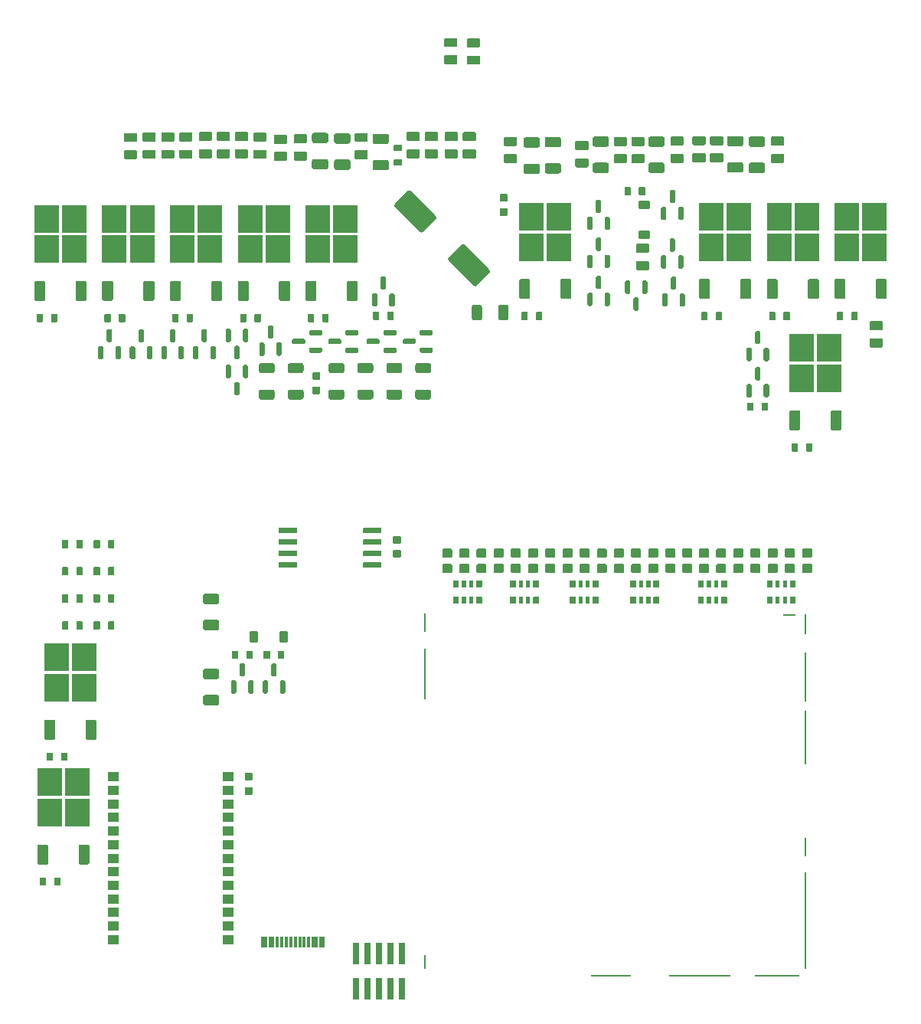
<source format=gtp>
G04 #@! TF.GenerationSoftware,KiCad,Pcbnew,7.0.1*
G04 #@! TF.CreationDate,2023-07-12T00:32:14+03:00*
G04 #@! TF.ProjectId,alphax_4ch,616c7068-6178-45f3-9463-682e6b696361,G*
G04 #@! TF.SameCoordinates,PX141f5e0PYa2cace0*
G04 #@! TF.FileFunction,Paste,Top*
G04 #@! TF.FilePolarity,Positive*
%FSLAX46Y46*%
G04 Gerber Fmt 4.6, Leading zero omitted, Abs format (unit mm)*
G04 Created by KiCad (PCBNEW 7.0.1) date 2023-07-12 00:32:14*
%MOMM*%
%LPD*%
G01*
G04 APERTURE LIST*
%ADD10R,2.750000X3.050000*%
%ADD11R,0.300000X1.150000*%
%ADD12R,0.200000X2.300000*%
%ADD13R,0.200000X10.700000*%
%ADD14R,0.200000X2.100000*%
%ADD15R,0.200000X6.000000*%
%ADD16R,0.200000X5.400000*%
%ADD17R,1.400000X0.200000*%
%ADD18R,5.000000X0.200000*%
%ADD19R,6.800000X0.200000*%
%ADD20R,4.500000X0.200000*%
%ADD21R,0.200000X1.600000*%
%ADD22R,0.200000X5.700000*%
%ADD23R,0.200000X2.000000*%
%ADD24R,1.300000X1.000000*%
%ADD25R,0.740000X2.400000*%
G04 APERTURE END LIST*
G04 #@! TO.C,R8*
G36*
G01*
X77375000Y93699999D02*
X76125000Y93699999D01*
G75*
G02*
X76025000Y93799999I0J100000D01*
G01*
X76025000Y94599999D01*
G75*
G02*
X76125000Y94699999I100000J0D01*
G01*
X77375000Y94699999D01*
G75*
G02*
X77475000Y94599999I0J-100000D01*
G01*
X77475000Y93799999D01*
G75*
G02*
X77375000Y93699999I-100000J0D01*
G01*
G37*
G36*
G01*
X77375000Y95600021D02*
X76125000Y95600021D01*
G75*
G02*
X76025000Y95700021I0J100000D01*
G01*
X76025000Y96500021D01*
G75*
G02*
X76125000Y96600021I100000J0D01*
G01*
X77375000Y96600021D01*
G75*
G02*
X77475000Y96500021I0J-100000D01*
G01*
X77475000Y95700021D01*
G75*
G02*
X77375000Y95600021I-100000J0D01*
G01*
G37*
G04 #@! TD*
G04 #@! TO.C,F10*
G36*
G01*
X21740000Y34594990D02*
X21740000Y33904990D01*
G75*
G02*
X21510000Y33674990I-230000J0D01*
G01*
X20170000Y33674990D01*
G75*
G02*
X19940000Y33904990I0J230000D01*
G01*
X19940000Y34594990D01*
G75*
G02*
X20170000Y34824990I230000J0D01*
G01*
X21510000Y34824990D01*
G75*
G02*
X21740000Y34594990I0J-230000D01*
G01*
G37*
G36*
G01*
X21740000Y37495010D02*
X21740000Y36805010D01*
G75*
G02*
X21510000Y36575010I-230000J0D01*
G01*
X20170000Y36575010D01*
G75*
G02*
X19940000Y36805010I0J230000D01*
G01*
X19940000Y37495010D01*
G75*
G02*
X20170000Y37725010I230000J0D01*
G01*
X21510000Y37725010D01*
G75*
G02*
X21740000Y37495010I0J-230000D01*
G01*
G37*
G04 #@! TD*
G04 #@! TO.C,R2*
G36*
G01*
X82300000Y44965000D02*
X82300000Y45635000D01*
G75*
G02*
X82365000Y45700000I65000J0D01*
G01*
X82885000Y45700000D01*
G75*
G02*
X82950000Y45635000I0J-65000D01*
G01*
X82950000Y44965000D01*
G75*
G02*
X82885000Y44900000I-65000J0D01*
G01*
X82365000Y44900000D01*
G75*
G02*
X82300000Y44965000I0J65000D01*
G01*
G37*
G36*
G01*
X83275000Y44945000D02*
X83275000Y45655000D01*
G75*
G02*
X83320000Y45700000I45000J0D01*
G01*
X83680000Y45700000D01*
G75*
G02*
X83725000Y45655000I0J-45000D01*
G01*
X83725000Y44945000D01*
G75*
G02*
X83680000Y44900000I-45000J0D01*
G01*
X83320000Y44900000D01*
G75*
G02*
X83275000Y44945000I0J45000D01*
G01*
G37*
G36*
G01*
X84075000Y44945000D02*
X84075000Y45655000D01*
G75*
G02*
X84120000Y45700000I45000J0D01*
G01*
X84480000Y45700000D01*
G75*
G02*
X84525000Y45655000I0J-45000D01*
G01*
X84525000Y44945000D01*
G75*
G02*
X84480000Y44900000I-45000J0D01*
G01*
X84120000Y44900000D01*
G75*
G02*
X84075000Y44945000I0J45000D01*
G01*
G37*
G36*
G01*
X84850000Y44965000D02*
X84850000Y45635000D01*
G75*
G02*
X84915000Y45700000I65000J0D01*
G01*
X85435000Y45700000D01*
G75*
G02*
X85500000Y45635000I0J-65000D01*
G01*
X85500000Y44965000D01*
G75*
G02*
X85435000Y44900000I-65000J0D01*
G01*
X84915000Y44900000D01*
G75*
G02*
X84850000Y44965000I0J65000D01*
G01*
G37*
G36*
G01*
X84850000Y46765000D02*
X84850000Y47435000D01*
G75*
G02*
X84915000Y47500000I65000J0D01*
G01*
X85435000Y47500000D01*
G75*
G02*
X85500000Y47435000I0J-65000D01*
G01*
X85500000Y46765000D01*
G75*
G02*
X85435000Y46700000I-65000J0D01*
G01*
X84915000Y46700000D01*
G75*
G02*
X84850000Y46765000I0J65000D01*
G01*
G37*
G36*
G01*
X84075000Y46745000D02*
X84075000Y47455000D01*
G75*
G02*
X84120000Y47500000I45000J0D01*
G01*
X84480000Y47500000D01*
G75*
G02*
X84525000Y47455000I0J-45000D01*
G01*
X84525000Y46745000D01*
G75*
G02*
X84480000Y46700000I-45000J0D01*
G01*
X84120000Y46700000D01*
G75*
G02*
X84075000Y46745000I0J45000D01*
G01*
G37*
G36*
G01*
X83275000Y46745000D02*
X83275000Y47455000D01*
G75*
G02*
X83320000Y47500000I45000J0D01*
G01*
X83680000Y47500000D01*
G75*
G02*
X83725000Y47455000I0J-45000D01*
G01*
X83725000Y46745000D01*
G75*
G02*
X83680000Y46700000I-45000J0D01*
G01*
X83320000Y46700000D01*
G75*
G02*
X83275000Y46745000I0J45000D01*
G01*
G37*
G36*
G01*
X82300000Y46765000D02*
X82300000Y47435000D01*
G75*
G02*
X82365000Y47500000I65000J0D01*
G01*
X82885000Y47500000D01*
G75*
G02*
X82950000Y47435000I0J-65000D01*
G01*
X82950000Y46765000D01*
G75*
G02*
X82885000Y46700000I-65000J0D01*
G01*
X82365000Y46700000D01*
G75*
G02*
X82300000Y46765000I0J65000D01*
G01*
G37*
G04 #@! TD*
G04 #@! TO.C,D36*
G36*
G01*
X51199998Y48300001D02*
X50299998Y48300001D01*
G75*
G02*
X50199998Y48400001I0J100000D01*
G01*
X50199998Y49200001D01*
G75*
G02*
X50299998Y49300001I100000J0D01*
G01*
X51199998Y49300001D01*
G75*
G02*
X51299998Y49200001I0J-100000D01*
G01*
X51299998Y48400001D01*
G75*
G02*
X51199998Y48300001I-100000J0D01*
G01*
G37*
G36*
G01*
X51199998Y50000001D02*
X50299998Y50000001D01*
G75*
G02*
X50199998Y50100001I0J100000D01*
G01*
X50199998Y50900001D01*
G75*
G02*
X50299998Y51000001I100000J0D01*
G01*
X51199998Y51000001D01*
G75*
G02*
X51299998Y50900001I0J-100000D01*
G01*
X51299998Y50100001D01*
G75*
G02*
X51199998Y50000001I-100000J0D01*
G01*
G37*
G04 #@! TD*
G04 #@! TO.C,R1136*
G36*
G01*
X43675000Y71525000D02*
X44925000Y71525000D01*
G75*
G02*
X45175000Y71275000I0J-250000D01*
G01*
X45175000Y70650000D01*
G75*
G02*
X44925000Y70400000I-250000J0D01*
G01*
X43675000Y70400000D01*
G75*
G02*
X43425000Y70650000I0J250000D01*
G01*
X43425000Y71275000D01*
G75*
G02*
X43675000Y71525000I250000J0D01*
G01*
G37*
G36*
G01*
X43675000Y68600000D02*
X44925000Y68600000D01*
G75*
G02*
X45175000Y68350000I0J-250000D01*
G01*
X45175000Y67725000D01*
G75*
G02*
X44925000Y67475000I-250000J0D01*
G01*
X43675000Y67475000D01*
G75*
G02*
X43425000Y67725000I0J250000D01*
G01*
X43425000Y68350000D01*
G75*
G02*
X43675000Y68600000I250000J0D01*
G01*
G37*
G04 #@! TD*
G04 #@! TO.C,R1105*
G36*
G01*
X31550000Y76110000D02*
X31550000Y76890000D01*
G75*
G02*
X31620000Y76960000I70000J0D01*
G01*
X32180000Y76960000D01*
G75*
G02*
X32250000Y76890000I0J-70000D01*
G01*
X32250000Y76110000D01*
G75*
G02*
X32180000Y76040000I-70000J0D01*
G01*
X31620000Y76040000D01*
G75*
G02*
X31550000Y76110000I0J70000D01*
G01*
G37*
G36*
G01*
X33150000Y76110000D02*
X33150000Y76890000D01*
G75*
G02*
X33220000Y76960000I70000J0D01*
G01*
X33780000Y76960000D01*
G75*
G02*
X33850000Y76890000I0J-70000D01*
G01*
X33850000Y76110000D01*
G75*
G02*
X33780000Y76040000I-70000J0D01*
G01*
X33220000Y76040000D01*
G75*
G02*
X33150000Y76110000I0J70000D01*
G01*
G37*
G04 #@! TD*
G04 #@! TO.C,R93*
G36*
G01*
X4350000Y42110000D02*
X4350000Y42890000D01*
G75*
G02*
X4420000Y42960000I70000J0D01*
G01*
X4980000Y42960000D01*
G75*
G02*
X5050000Y42890000I0J-70000D01*
G01*
X5050000Y42110000D01*
G75*
G02*
X4980000Y42040000I-70000J0D01*
G01*
X4420000Y42040000D01*
G75*
G02*
X4350000Y42110000I0J70000D01*
G01*
G37*
G36*
G01*
X5950000Y42110000D02*
X5950000Y42890000D01*
G75*
G02*
X6020000Y42960000I70000J0D01*
G01*
X6580000Y42960000D01*
G75*
G02*
X6650000Y42890000I0J-70000D01*
G01*
X6650000Y42110000D01*
G75*
G02*
X6580000Y42040000I-70000J0D01*
G01*
X6020000Y42040000D01*
G75*
G02*
X5950000Y42110000I0J70000D01*
G01*
G37*
G04 #@! TD*
G04 #@! TO.C,D34*
G36*
G01*
X47399998Y48300001D02*
X46499998Y48300001D01*
G75*
G02*
X46399998Y48400001I0J100000D01*
G01*
X46399998Y49200001D01*
G75*
G02*
X46499998Y49300001I100000J0D01*
G01*
X47399998Y49300001D01*
G75*
G02*
X47499998Y49200001I0J-100000D01*
G01*
X47499998Y48400001D01*
G75*
G02*
X47399998Y48300001I-100000J0D01*
G01*
G37*
G36*
G01*
X47399998Y50000001D02*
X46499998Y50000001D01*
G75*
G02*
X46399998Y50100001I0J100000D01*
G01*
X46399998Y50900001D01*
G75*
G02*
X46499998Y51000001I100000J0D01*
G01*
X47399998Y51000001D01*
G75*
G02*
X47499998Y50900001I0J-100000D01*
G01*
X47499998Y50100001D01*
G75*
G02*
X47399998Y50000001I-100000J0D01*
G01*
G37*
G04 #@! TD*
G04 #@! TO.C,R59*
G36*
G01*
X44575000Y97050001D02*
X45825000Y97050001D01*
G75*
G02*
X45925000Y96950001I0J-100000D01*
G01*
X45925000Y96150001D01*
G75*
G02*
X45825000Y96050001I-100000J0D01*
G01*
X44575000Y96050001D01*
G75*
G02*
X44475000Y96150001I0J100000D01*
G01*
X44475000Y96950001D01*
G75*
G02*
X44575000Y97050001I100000J0D01*
G01*
G37*
G36*
G01*
X44575000Y95149979D02*
X45825000Y95149979D01*
G75*
G02*
X45925000Y95049979I0J-100000D01*
G01*
X45925000Y94249979D01*
G75*
G02*
X45825000Y94149979I-100000J0D01*
G01*
X44575000Y94149979D01*
G75*
G02*
X44475000Y94249979I0J100000D01*
G01*
X44475000Y95049979D01*
G75*
G02*
X44575000Y95149979I100000J0D01*
G01*
G37*
G04 #@! TD*
G04 #@! TO.C,R9*
G36*
G01*
X75425000Y93699999D02*
X74175000Y93699999D01*
G75*
G02*
X74075000Y93799999I0J100000D01*
G01*
X74075000Y94599999D01*
G75*
G02*
X74175000Y94699999I100000J0D01*
G01*
X75425000Y94699999D01*
G75*
G02*
X75525000Y94599999I0J-100000D01*
G01*
X75525000Y93799999D01*
G75*
G02*
X75425000Y93699999I-100000J0D01*
G01*
G37*
G36*
G01*
X75425000Y95600021D02*
X74175000Y95600021D01*
G75*
G02*
X74075000Y95700021I0J100000D01*
G01*
X74075000Y96500021D01*
G75*
G02*
X74175000Y96600021I100000J0D01*
G01*
X75425000Y96600021D01*
G75*
G02*
X75525000Y96500021I0J-100000D01*
G01*
X75525000Y95700021D01*
G75*
G02*
X75425000Y95600021I-100000J0D01*
G01*
G37*
G04 #@! TD*
G04 #@! TO.C,R68*
G36*
G01*
X24825000Y94149999D02*
X23575000Y94149999D01*
G75*
G02*
X23475000Y94249999I0J100000D01*
G01*
X23475000Y95049999D01*
G75*
G02*
X23575000Y95149999I100000J0D01*
G01*
X24825000Y95149999D01*
G75*
G02*
X24925000Y95049999I0J-100000D01*
G01*
X24925000Y94249999D01*
G75*
G02*
X24825000Y94149999I-100000J0D01*
G01*
G37*
G36*
G01*
X24825000Y96050021D02*
X23575000Y96050021D01*
G75*
G02*
X23475000Y96150021I0J100000D01*
G01*
X23475000Y96950021D01*
G75*
G02*
X23575000Y97050021I100000J0D01*
G01*
X24825000Y97050021D01*
G75*
G02*
X24925000Y96950021I0J-100000D01*
G01*
X24925000Y96150021D01*
G75*
G02*
X24825000Y96050021I-100000J0D01*
G01*
G37*
G04 #@! TD*
D10*
G04 #@! TO.C,Q47*
X25155000Y84125000D03*
X28205000Y84125000D03*
X25155000Y87475000D03*
X28205000Y87475000D03*
G36*
G01*
X24880000Y78400000D02*
X23920000Y78400000D01*
G75*
G02*
X23800000Y78520000I0J120000D01*
G01*
X23800000Y80480000D01*
G75*
G02*
X23920000Y80600000I120000J0D01*
G01*
X24880000Y80600000D01*
G75*
G02*
X25000000Y80480000I0J-120000D01*
G01*
X25000000Y78520000D01*
G75*
G02*
X24880000Y78400000I-120000J0D01*
G01*
G37*
G36*
G01*
X29440000Y78400000D02*
X28480000Y78400000D01*
G75*
G02*
X28360000Y78520000I0J120000D01*
G01*
X28360000Y80480000D01*
G75*
G02*
X28480000Y80600000I120000J0D01*
G01*
X29440000Y80600000D01*
G75*
G02*
X29560000Y80480000I0J-120000D01*
G01*
X29560000Y78520000D01*
G75*
G02*
X29440000Y78400000I-120000J0D01*
G01*
G37*
G04 #@! TD*
G04 #@! TO.C,F4*
G36*
G01*
X63050000Y95655010D02*
X63050000Y96345010D01*
G75*
G02*
X63280000Y96575010I230000J0D01*
G01*
X64620000Y96575010D01*
G75*
G02*
X64850000Y96345010I0J-230000D01*
G01*
X64850000Y95655010D01*
G75*
G02*
X64620000Y95425010I-230000J0D01*
G01*
X63280000Y95425010D01*
G75*
G02*
X63050000Y95655010I0J230000D01*
G01*
G37*
G36*
G01*
X63050000Y92754990D02*
X63050000Y93444990D01*
G75*
G02*
X63280000Y93674990I230000J0D01*
G01*
X64620000Y93674990D01*
G75*
G02*
X64850000Y93444990I0J-230000D01*
G01*
X64850000Y92754990D01*
G75*
G02*
X64620000Y92524990I-230000J0D01*
G01*
X63280000Y92524990D01*
G75*
G02*
X63050000Y92754990I0J230000D01*
G01*
G37*
G04 #@! TD*
G04 #@! TO.C,Q13*
G36*
G01*
X80500000Y67725000D02*
X80200000Y67725000D01*
G75*
G02*
X80050000Y67875000I0J150000D01*
G01*
X80050000Y69050000D01*
G75*
G02*
X80200000Y69200000I150000J0D01*
G01*
X80500000Y69200000D01*
G75*
G02*
X80650000Y69050000I0J-150000D01*
G01*
X80650000Y67875000D01*
G75*
G02*
X80500000Y67725000I-150000J0D01*
G01*
G37*
G36*
G01*
X81450000Y69600000D02*
X81150000Y69600000D01*
G75*
G02*
X81000000Y69750000I0J150000D01*
G01*
X81000000Y70925000D01*
G75*
G02*
X81150000Y71075000I150000J0D01*
G01*
X81450000Y71075000D01*
G75*
G02*
X81600000Y70925000I0J-150000D01*
G01*
X81600000Y69750000D01*
G75*
G02*
X81450000Y69600000I-150000J0D01*
G01*
G37*
G36*
G01*
X82400000Y67725000D02*
X82100000Y67725000D01*
G75*
G02*
X81950000Y67875000I0J150000D01*
G01*
X81950000Y69050000D01*
G75*
G02*
X82100000Y69200000I150000J0D01*
G01*
X82400000Y69200000D01*
G75*
G02*
X82550000Y69050000I0J-150000D01*
G01*
X82550000Y67875000D01*
G75*
G02*
X82400000Y67725000I-150000J0D01*
G01*
G37*
G04 #@! TD*
G04 #@! TO.C,R91*
G36*
G01*
X95025000Y73249999D02*
X93775000Y73249999D01*
G75*
G02*
X93675000Y73349999I0J100000D01*
G01*
X93675000Y74149999D01*
G75*
G02*
X93775000Y74249999I100000J0D01*
G01*
X95025000Y74249999D01*
G75*
G02*
X95125000Y74149999I0J-100000D01*
G01*
X95125000Y73349999D01*
G75*
G02*
X95025000Y73249999I-100000J0D01*
G01*
G37*
G36*
G01*
X95025000Y75150021D02*
X93775000Y75150021D01*
G75*
G02*
X93675000Y75250021I0J100000D01*
G01*
X93675000Y76050021D01*
G75*
G02*
X93775000Y76150021I100000J0D01*
G01*
X95025000Y76150021D01*
G75*
G02*
X95125000Y76050021I0J-100000D01*
G01*
X95125000Y75250021D01*
G75*
G02*
X95025000Y75150021I-100000J0D01*
G01*
G37*
G04 #@! TD*
G04 #@! TO.C,R98*
G36*
G01*
X75050000Y76310000D02*
X75050000Y77090000D01*
G75*
G02*
X75120000Y77160000I70000J0D01*
G01*
X75680000Y77160000D01*
G75*
G02*
X75750000Y77090000I0J-70000D01*
G01*
X75750000Y76310000D01*
G75*
G02*
X75680000Y76240000I-70000J0D01*
G01*
X75120000Y76240000D01*
G75*
G02*
X75050000Y76310000I0J70000D01*
G01*
G37*
G36*
G01*
X76650000Y76310000D02*
X76650000Y77090000D01*
G75*
G02*
X76720000Y77160000I70000J0D01*
G01*
X77280000Y77160000D01*
G75*
G02*
X77350000Y77090000I0J-70000D01*
G01*
X77350000Y76310000D01*
G75*
G02*
X77280000Y76240000I-70000J0D01*
G01*
X76720000Y76240000D01*
G75*
G02*
X76650000Y76310000I0J70000D01*
G01*
G37*
G04 #@! TD*
G04 #@! TO.C,Q49*
G36*
G01*
X45375000Y73100000D02*
X45375000Y72800000D01*
G75*
G02*
X45225000Y72650000I-150000J0D01*
G01*
X44050000Y72650000D01*
G75*
G02*
X43900000Y72800000I0J150000D01*
G01*
X43900000Y73100000D01*
G75*
G02*
X44050000Y73250000I150000J0D01*
G01*
X45225000Y73250000D01*
G75*
G02*
X45375000Y73100000I0J-150000D01*
G01*
G37*
G36*
G01*
X43500000Y74050000D02*
X43500000Y73750000D01*
G75*
G02*
X43350000Y73600000I-150000J0D01*
G01*
X42175000Y73600000D01*
G75*
G02*
X42025000Y73750000I0J150000D01*
G01*
X42025000Y74050000D01*
G75*
G02*
X42175000Y74200000I150000J0D01*
G01*
X43350000Y74200000D01*
G75*
G02*
X43500000Y74050000I0J-150000D01*
G01*
G37*
G36*
G01*
X45375000Y75000000D02*
X45375000Y74700000D01*
G75*
G02*
X45225000Y74550000I-150000J0D01*
G01*
X44050000Y74550000D01*
G75*
G02*
X43900000Y74700000I0J150000D01*
G01*
X43900000Y75000000D01*
G75*
G02*
X44050000Y75150000I150000J0D01*
G01*
X45225000Y75150000D01*
G75*
G02*
X45375000Y75000000I0J-150000D01*
G01*
G37*
G04 #@! TD*
G04 #@! TO.C,D15*
G36*
G01*
X66399998Y48300001D02*
X65499998Y48300001D01*
G75*
G02*
X65399998Y48400001I0J100000D01*
G01*
X65399998Y49200001D01*
G75*
G02*
X65499998Y49300001I100000J0D01*
G01*
X66399998Y49300001D01*
G75*
G02*
X66499998Y49200001I0J-100000D01*
G01*
X66499998Y48400001D01*
G75*
G02*
X66399998Y48300001I-100000J0D01*
G01*
G37*
G36*
G01*
X66399998Y50000001D02*
X65499998Y50000001D01*
G75*
G02*
X65399998Y50100001I0J100000D01*
G01*
X65399998Y50900001D01*
G75*
G02*
X65499998Y51000001I100000J0D01*
G01*
X66399998Y51000001D01*
G75*
G02*
X66499998Y50900001I0J-100000D01*
G01*
X66499998Y50100001D01*
G75*
G02*
X66399998Y50000001I-100000J0D01*
G01*
G37*
G04 #@! TD*
G04 #@! TO.C,C4*
G36*
G01*
X52860000Y90215001D02*
X53540000Y90215001D01*
G75*
G02*
X53625000Y90130001I0J-85000D01*
G01*
X53625000Y89450001D01*
G75*
G02*
X53540000Y89365001I-85000J0D01*
G01*
X52860000Y89365001D01*
G75*
G02*
X52775000Y89450001I0J85000D01*
G01*
X52775000Y90130001D01*
G75*
G02*
X52860000Y90215001I85000J0D01*
G01*
G37*
G36*
G01*
X52860000Y88634999D02*
X53540000Y88634999D01*
G75*
G02*
X53625000Y88549999I0J-85000D01*
G01*
X53625000Y87869999D01*
G75*
G02*
X53540000Y87784999I-85000J0D01*
G01*
X52860000Y87784999D01*
G75*
G02*
X52775000Y87869999I0J85000D01*
G01*
X52775000Y88549999D01*
G75*
G02*
X52860000Y88634999I85000J0D01*
G01*
G37*
G04 #@! TD*
G04 #@! TO.C,R1102*
G36*
G01*
X90050000Y76310000D02*
X90050000Y77090000D01*
G75*
G02*
X90120000Y77160000I70000J0D01*
G01*
X90680000Y77160000D01*
G75*
G02*
X90750000Y77090000I0J-70000D01*
G01*
X90750000Y76310000D01*
G75*
G02*
X90680000Y76240000I-70000J0D01*
G01*
X90120000Y76240000D01*
G75*
G02*
X90050000Y76310000I0J70000D01*
G01*
G37*
G36*
G01*
X91650000Y76310000D02*
X91650000Y77090000D01*
G75*
G02*
X91720000Y77160000I70000J0D01*
G01*
X92280000Y77160000D01*
G75*
G02*
X92350000Y77090000I0J-70000D01*
G01*
X92350000Y76310000D01*
G75*
G02*
X92280000Y76240000I-70000J0D01*
G01*
X91720000Y76240000D01*
G75*
G02*
X91650000Y76310000I0J70000D01*
G01*
G37*
G04 #@! TD*
G04 #@! TO.C,Q48*
X56275000Y84325000D03*
X59325000Y84325000D03*
X56275000Y87675000D03*
X59325000Y87675000D03*
G36*
G01*
X56000000Y78600000D02*
X55040000Y78600000D01*
G75*
G02*
X54920000Y78720000I0J120000D01*
G01*
X54920000Y80680000D01*
G75*
G02*
X55040000Y80800000I120000J0D01*
G01*
X56000000Y80800000D01*
G75*
G02*
X56120000Y80680000I0J-120000D01*
G01*
X56120000Y78720000D01*
G75*
G02*
X56000000Y78600000I-120000J0D01*
G01*
G37*
G36*
G01*
X60560000Y78600000D02*
X59600000Y78600000D01*
G75*
G02*
X59480000Y78720000I0J120000D01*
G01*
X59480000Y80680000D01*
G75*
G02*
X59600000Y80800000I120000J0D01*
G01*
X60560000Y80800000D01*
G75*
G02*
X60680000Y80680000I0J-120000D01*
G01*
X60680000Y78720000D01*
G75*
G02*
X60560000Y78600000I-120000J0D01*
G01*
G37*
G04 #@! TD*
G04 #@! TO.C,R50*
G36*
G01*
X60500000Y44965000D02*
X60500000Y45635000D01*
G75*
G02*
X60565000Y45700000I65000J0D01*
G01*
X61085000Y45700000D01*
G75*
G02*
X61150000Y45635000I0J-65000D01*
G01*
X61150000Y44965000D01*
G75*
G02*
X61085000Y44900000I-65000J0D01*
G01*
X60565000Y44900000D01*
G75*
G02*
X60500000Y44965000I0J65000D01*
G01*
G37*
G36*
G01*
X61475000Y44945000D02*
X61475000Y45655000D01*
G75*
G02*
X61520000Y45700000I45000J0D01*
G01*
X61880000Y45700000D01*
G75*
G02*
X61925000Y45655000I0J-45000D01*
G01*
X61925000Y44945000D01*
G75*
G02*
X61880000Y44900000I-45000J0D01*
G01*
X61520000Y44900000D01*
G75*
G02*
X61475000Y44945000I0J45000D01*
G01*
G37*
G36*
G01*
X62275000Y44945000D02*
X62275000Y45655000D01*
G75*
G02*
X62320000Y45700000I45000J0D01*
G01*
X62680000Y45700000D01*
G75*
G02*
X62725000Y45655000I0J-45000D01*
G01*
X62725000Y44945000D01*
G75*
G02*
X62680000Y44900000I-45000J0D01*
G01*
X62320000Y44900000D01*
G75*
G02*
X62275000Y44945000I0J45000D01*
G01*
G37*
G36*
G01*
X63050000Y44965000D02*
X63050000Y45635000D01*
G75*
G02*
X63115000Y45700000I65000J0D01*
G01*
X63635000Y45700000D01*
G75*
G02*
X63700000Y45635000I0J-65000D01*
G01*
X63700000Y44965000D01*
G75*
G02*
X63635000Y44900000I-65000J0D01*
G01*
X63115000Y44900000D01*
G75*
G02*
X63050000Y44965000I0J65000D01*
G01*
G37*
G36*
G01*
X63050000Y46765000D02*
X63050000Y47435000D01*
G75*
G02*
X63115000Y47500000I65000J0D01*
G01*
X63635000Y47500000D01*
G75*
G02*
X63700000Y47435000I0J-65000D01*
G01*
X63700000Y46765000D01*
G75*
G02*
X63635000Y46700000I-65000J0D01*
G01*
X63115000Y46700000D01*
G75*
G02*
X63050000Y46765000I0J65000D01*
G01*
G37*
G36*
G01*
X62275000Y46745000D02*
X62275000Y47455000D01*
G75*
G02*
X62320000Y47500000I45000J0D01*
G01*
X62680000Y47500000D01*
G75*
G02*
X62725000Y47455000I0J-45000D01*
G01*
X62725000Y46745000D01*
G75*
G02*
X62680000Y46700000I-45000J0D01*
G01*
X62320000Y46700000D01*
G75*
G02*
X62275000Y46745000I0J45000D01*
G01*
G37*
G36*
G01*
X61475000Y46745000D02*
X61475000Y47455000D01*
G75*
G02*
X61520000Y47500000I45000J0D01*
G01*
X61880000Y47500000D01*
G75*
G02*
X61925000Y47455000I0J-45000D01*
G01*
X61925000Y46745000D01*
G75*
G02*
X61880000Y46700000I-45000J0D01*
G01*
X61520000Y46700000D01*
G75*
G02*
X61475000Y46745000I0J45000D01*
G01*
G37*
G36*
G01*
X60500000Y46765000D02*
X60500000Y47435000D01*
G75*
G02*
X60565000Y47500000I65000J0D01*
G01*
X61085000Y47500000D01*
G75*
G02*
X61150000Y47435000I0J-65000D01*
G01*
X61150000Y46765000D01*
G75*
G02*
X61085000Y46700000I-65000J0D01*
G01*
X60565000Y46700000D01*
G75*
G02*
X60500000Y46765000I0J65000D01*
G01*
G37*
G04 #@! TD*
G04 #@! TO.C,D28*
G36*
G01*
X26609999Y72325000D02*
X26309999Y72325000D01*
G75*
G02*
X26159999Y72475000I0J150000D01*
G01*
X26159999Y73650000D01*
G75*
G02*
X26309999Y73800000I150000J0D01*
G01*
X26609999Y73800000D01*
G75*
G02*
X26759999Y73650000I0J-150000D01*
G01*
X26759999Y72475000D01*
G75*
G02*
X26609999Y72325000I-150000J0D01*
G01*
G37*
G36*
G01*
X27559999Y74200000D02*
X27259999Y74200000D01*
G75*
G02*
X27109999Y74350000I0J150000D01*
G01*
X27109999Y75525000D01*
G75*
G02*
X27259999Y75675000I150000J0D01*
G01*
X27559999Y75675000D01*
G75*
G02*
X27709999Y75525000I0J-150000D01*
G01*
X27709999Y74350000D01*
G75*
G02*
X27559999Y74200000I-150000J0D01*
G01*
G37*
G36*
G01*
X28509999Y72325000D02*
X28209999Y72325000D01*
G75*
G02*
X28059999Y72475000I0J150000D01*
G01*
X28059999Y73650000D01*
G75*
G02*
X28209999Y73800000I150000J0D01*
G01*
X28509999Y73800000D01*
G75*
G02*
X28659999Y73650000I0J-150000D01*
G01*
X28659999Y72475000D01*
G75*
G02*
X28509999Y72325000I-150000J0D01*
G01*
G37*
G04 #@! TD*
G04 #@! TO.C,D12*
G36*
G01*
X73950000Y48300000D02*
X73050000Y48300000D01*
G75*
G02*
X72950000Y48400000I0J100000D01*
G01*
X72950000Y49200000D01*
G75*
G02*
X73050000Y49300000I100000J0D01*
G01*
X73950000Y49300000D01*
G75*
G02*
X74050000Y49200000I0J-100000D01*
G01*
X74050000Y48400000D01*
G75*
G02*
X73950000Y48300000I-100000J0D01*
G01*
G37*
G36*
G01*
X73950000Y50000000D02*
X73050000Y50000000D01*
G75*
G02*
X72950000Y50100000I0J100000D01*
G01*
X72950000Y50900000D01*
G75*
G02*
X73050000Y51000000I100000J0D01*
G01*
X73950000Y51000000D01*
G75*
G02*
X74050000Y50900000I0J-100000D01*
G01*
X74050000Y50100000D01*
G75*
G02*
X73950000Y50000000I-100000J0D01*
G01*
G37*
G04 #@! TD*
G04 #@! TO.C,D11*
G36*
G01*
X75799998Y48300001D02*
X74899998Y48300001D01*
G75*
G02*
X74799998Y48400001I0J100000D01*
G01*
X74799998Y49200001D01*
G75*
G02*
X74899998Y49300001I100000J0D01*
G01*
X75799998Y49300001D01*
G75*
G02*
X75899998Y49200001I0J-100000D01*
G01*
X75899998Y48400001D01*
G75*
G02*
X75799998Y48300001I-100000J0D01*
G01*
G37*
G36*
G01*
X75799998Y50000001D02*
X74899998Y50000001D01*
G75*
G02*
X74799998Y50100001I0J100000D01*
G01*
X74799998Y50900001D01*
G75*
G02*
X74899998Y51000001I100000J0D01*
G01*
X75799998Y51000001D01*
G75*
G02*
X75899998Y50900001I0J-100000D01*
G01*
X75899998Y50100001D01*
G75*
G02*
X75799998Y50000001I-100000J0D01*
G01*
G37*
G04 #@! TD*
G04 #@! TO.C,R1108*
G36*
G01*
X24050000Y76110000D02*
X24050000Y76890000D01*
G75*
G02*
X24120000Y76960000I70000J0D01*
G01*
X24680000Y76960000D01*
G75*
G02*
X24750000Y76890000I0J-70000D01*
G01*
X24750000Y76110000D01*
G75*
G02*
X24680000Y76040000I-70000J0D01*
G01*
X24120000Y76040000D01*
G75*
G02*
X24050000Y76110000I0J70000D01*
G01*
G37*
G36*
G01*
X25650000Y76110000D02*
X25650000Y76890000D01*
G75*
G02*
X25720000Y76960000I70000J0D01*
G01*
X26280000Y76960000D01*
G75*
G02*
X26350000Y76890000I0J-70000D01*
G01*
X26350000Y76110000D01*
G75*
G02*
X26280000Y76040000I-70000J0D01*
G01*
X25720000Y76040000D01*
G75*
G02*
X25650000Y76110000I0J70000D01*
G01*
G37*
G04 #@! TD*
G04 #@! TO.C,R11*
G36*
G01*
X47975000Y104549999D02*
X46725000Y104549999D01*
G75*
G02*
X46625000Y104649999I0J100000D01*
G01*
X46625000Y105449999D01*
G75*
G02*
X46725000Y105549999I100000J0D01*
G01*
X47975000Y105549999D01*
G75*
G02*
X48075000Y105449999I0J-100000D01*
G01*
X48075000Y104649999D01*
G75*
G02*
X47975000Y104549999I-100000J0D01*
G01*
G37*
G36*
G01*
X47975000Y106450021D02*
X46725000Y106450021D01*
G75*
G02*
X46625000Y106550021I0J100000D01*
G01*
X46625000Y107350021D01*
G75*
G02*
X46725000Y107450021I100000J0D01*
G01*
X47975000Y107450021D01*
G75*
G02*
X48075000Y107350021I0J-100000D01*
G01*
X48075000Y106550021D01*
G75*
G02*
X47975000Y106450021I-100000J0D01*
G01*
G37*
G04 #@! TD*
G04 #@! TO.C,Q35*
G36*
G01*
X37137500Y73100000D02*
X37137500Y72800000D01*
G75*
G02*
X36987500Y72650000I-150000J0D01*
G01*
X35812500Y72650000D01*
G75*
G02*
X35662500Y72800000I0J150000D01*
G01*
X35662500Y73100000D01*
G75*
G02*
X35812500Y73250000I150000J0D01*
G01*
X36987500Y73250000D01*
G75*
G02*
X37137500Y73100000I0J-150000D01*
G01*
G37*
G36*
G01*
X35262500Y74050000D02*
X35262500Y73750000D01*
G75*
G02*
X35112500Y73600000I-150000J0D01*
G01*
X33937500Y73600000D01*
G75*
G02*
X33787500Y73750000I0J150000D01*
G01*
X33787500Y74050000D01*
G75*
G02*
X33937500Y74200000I150000J0D01*
G01*
X35112500Y74200000D01*
G75*
G02*
X35262500Y74050000I0J-150000D01*
G01*
G37*
G36*
G01*
X37137500Y75000000D02*
X37137500Y74700000D01*
G75*
G02*
X36987500Y74550000I-150000J0D01*
G01*
X35812500Y74550000D01*
G75*
G02*
X35662500Y74700000I0J150000D01*
G01*
X35662500Y75000000D01*
G75*
G02*
X35812500Y75150000I150000J0D01*
G01*
X36987500Y75150000D01*
G75*
G02*
X37137500Y75000000I0J-150000D01*
G01*
G37*
G04 #@! TD*
G04 #@! TO.C,R60*
G36*
G01*
X43825000Y94149999D02*
X42575000Y94149999D01*
G75*
G02*
X42475000Y94249999I0J100000D01*
G01*
X42475000Y95049999D01*
G75*
G02*
X42575000Y95149999I100000J0D01*
G01*
X43825000Y95149999D01*
G75*
G02*
X43925000Y95049999I0J-100000D01*
G01*
X43925000Y94249999D01*
G75*
G02*
X43825000Y94149999I-100000J0D01*
G01*
G37*
G36*
G01*
X43825000Y96050021D02*
X42575000Y96050021D01*
G75*
G02*
X42475000Y96150021I0J100000D01*
G01*
X42475000Y96950021D01*
G75*
G02*
X42575000Y97050021I100000J0D01*
G01*
X43825000Y97050021D01*
G75*
G02*
X43925000Y96950021I0J-100000D01*
G01*
X43925000Y96150021D01*
G75*
G02*
X43825000Y96050021I-100000J0D01*
G01*
G37*
G04 #@! TD*
D11*
G04 #@! TO.C,J1*
X26550000Y7485000D03*
X27350000Y7485000D03*
X28650000Y7485000D03*
X29650000Y7485000D03*
X30150000Y7485000D03*
X31150000Y7485000D03*
X32450000Y7485000D03*
X33250000Y7485000D03*
X32950000Y7485000D03*
X32150000Y7485000D03*
X31650000Y7485000D03*
X30650000Y7485000D03*
X29150000Y7485000D03*
X28150000Y7485000D03*
X27650000Y7485000D03*
X26850000Y7485000D03*
G04 #@! TD*
G04 #@! TO.C,R1113*
G36*
G01*
X38750000Y76347500D02*
X38750000Y77127500D01*
G75*
G02*
X38820000Y77197500I70000J0D01*
G01*
X39380000Y77197500D01*
G75*
G02*
X39450000Y77127500I0J-70000D01*
G01*
X39450000Y76347500D01*
G75*
G02*
X39380000Y76277500I-70000J0D01*
G01*
X38820000Y76277500D01*
G75*
G02*
X38750000Y76347500I0J70000D01*
G01*
G37*
G36*
G01*
X40350000Y76347500D02*
X40350000Y77127500D01*
G75*
G02*
X40420000Y77197500I70000J0D01*
G01*
X40980000Y77197500D01*
G75*
G02*
X41050000Y77127500I0J-70000D01*
G01*
X41050000Y76347500D01*
G75*
G02*
X40980000Y76277500I-70000J0D01*
G01*
X40420000Y76277500D01*
G75*
G02*
X40350000Y76347500I0J70000D01*
G01*
G37*
G04 #@! TD*
D10*
G04 #@! TO.C,Q45*
X2975000Y21825000D03*
X6025000Y21825000D03*
X2975000Y25175000D03*
X6025000Y25175000D03*
G36*
G01*
X2700000Y16100000D02*
X1740000Y16100000D01*
G75*
G02*
X1620000Y16220000I0J120000D01*
G01*
X1620000Y18180000D01*
G75*
G02*
X1740000Y18300000I120000J0D01*
G01*
X2700000Y18300000D01*
G75*
G02*
X2820000Y18180000I0J-120000D01*
G01*
X2820000Y16220000D01*
G75*
G02*
X2700000Y16100000I-120000J0D01*
G01*
G37*
G36*
G01*
X7260000Y16100000D02*
X6300000Y16100000D01*
G75*
G02*
X6180000Y16220000I0J120000D01*
G01*
X6180000Y18180000D01*
G75*
G02*
X6300000Y18300000I120000J0D01*
G01*
X7260000Y18300000D01*
G75*
G02*
X7380000Y18180000I0J-120000D01*
G01*
X7380000Y16220000D01*
G75*
G02*
X7260000Y16100000I-120000J0D01*
G01*
G37*
G04 #@! TD*
G04 #@! TO.C,Q8*
G36*
G01*
X15800000Y71925000D02*
X15500000Y71925000D01*
G75*
G02*
X15350000Y72075000I0J150000D01*
G01*
X15350000Y73250000D01*
G75*
G02*
X15500000Y73400000I150000J0D01*
G01*
X15800000Y73400000D01*
G75*
G02*
X15950000Y73250000I0J-150000D01*
G01*
X15950000Y72075000D01*
G75*
G02*
X15800000Y71925000I-150000J0D01*
G01*
G37*
G36*
G01*
X16750000Y73800000D02*
X16450000Y73800000D01*
G75*
G02*
X16300000Y73950000I0J150000D01*
G01*
X16300000Y75125000D01*
G75*
G02*
X16450000Y75275000I150000J0D01*
G01*
X16750000Y75275000D01*
G75*
G02*
X16900000Y75125000I0J-150000D01*
G01*
X16900000Y73950000D01*
G75*
G02*
X16750000Y73800000I-150000J0D01*
G01*
G37*
G36*
G01*
X17700000Y71925000D02*
X17400000Y71925000D01*
G75*
G02*
X17250000Y72075000I0J150000D01*
G01*
X17250000Y73250000D01*
G75*
G02*
X17400000Y73400000I150000J0D01*
G01*
X17700000Y73400000D01*
G75*
G02*
X17850000Y73250000I0J-150000D01*
G01*
X17850000Y72075000D01*
G75*
G02*
X17700000Y71925000I-150000J0D01*
G01*
G37*
G04 #@! TD*
G04 #@! TO.C,Q4*
G36*
G01*
X27000000Y34982581D02*
X26700000Y34982581D01*
G75*
G02*
X26550000Y35132581I0J150000D01*
G01*
X26550000Y36307581D01*
G75*
G02*
X26700000Y36457581I150000J0D01*
G01*
X27000000Y36457581D01*
G75*
G02*
X27150000Y36307581I0J-150000D01*
G01*
X27150000Y35132581D01*
G75*
G02*
X27000000Y34982581I-150000J0D01*
G01*
G37*
G36*
G01*
X27950000Y36857581D02*
X27650000Y36857581D01*
G75*
G02*
X27500000Y37007581I0J150000D01*
G01*
X27500000Y38182581D01*
G75*
G02*
X27650000Y38332581I150000J0D01*
G01*
X27950000Y38332581D01*
G75*
G02*
X28100000Y38182581I0J-150000D01*
G01*
X28100000Y37007581D01*
G75*
G02*
X27950000Y36857581I-150000J0D01*
G01*
G37*
G36*
G01*
X28900000Y34982581D02*
X28600000Y34982581D01*
G75*
G02*
X28450000Y35132581I0J150000D01*
G01*
X28450000Y36307581D01*
G75*
G02*
X28600000Y36457581I150000J0D01*
G01*
X28900000Y36457581D01*
G75*
G02*
X29050000Y36307581I0J-150000D01*
G01*
X29050000Y35132581D01*
G75*
G02*
X28900000Y34982581I-150000J0D01*
G01*
G37*
G04 #@! TD*
G04 #@! TO.C,R30*
G36*
G01*
X80150000Y66310000D02*
X80150000Y67090000D01*
G75*
G02*
X80220000Y67160000I70000J0D01*
G01*
X80780000Y67160000D01*
G75*
G02*
X80850000Y67090000I0J-70000D01*
G01*
X80850000Y66310000D01*
G75*
G02*
X80780000Y66240000I-70000J0D01*
G01*
X80220000Y66240000D01*
G75*
G02*
X80150000Y66310000I0J70000D01*
G01*
G37*
G36*
G01*
X81750000Y66310000D02*
X81750000Y67090000D01*
G75*
G02*
X81820000Y67160000I70000J0D01*
G01*
X82380000Y67160000D01*
G75*
G02*
X82450000Y67090000I0J-70000D01*
G01*
X82450000Y66310000D01*
G75*
G02*
X82380000Y66240000I-70000J0D01*
G01*
X81820000Y66240000D01*
G75*
G02*
X81750000Y66310000I0J70000D01*
G01*
G37*
G04 #@! TD*
G04 #@! TO.C,R1101*
G36*
G01*
X9050000Y76110000D02*
X9050000Y76890000D01*
G75*
G02*
X9120000Y76960000I70000J0D01*
G01*
X9680000Y76960000D01*
G75*
G02*
X9750000Y76890000I0J-70000D01*
G01*
X9750000Y76110000D01*
G75*
G02*
X9680000Y76040000I-70000J0D01*
G01*
X9120000Y76040000D01*
G75*
G02*
X9050000Y76110000I0J70000D01*
G01*
G37*
G36*
G01*
X10650000Y76110000D02*
X10650000Y76890000D01*
G75*
G02*
X10720000Y76960000I70000J0D01*
G01*
X11280000Y76960000D01*
G75*
G02*
X11350000Y76890000I0J-70000D01*
G01*
X11350000Y76110000D01*
G75*
G02*
X11280000Y76040000I-70000J0D01*
G01*
X10720000Y76040000D01*
G75*
G02*
X10650000Y76110000I0J70000D01*
G01*
G37*
G04 #@! TD*
G04 #@! TO.C,Q15*
G36*
G01*
X62900000Y77825000D02*
X62600000Y77825000D01*
G75*
G02*
X62450000Y77975000I0J150000D01*
G01*
X62450000Y79150000D01*
G75*
G02*
X62600000Y79300000I150000J0D01*
G01*
X62900000Y79300000D01*
G75*
G02*
X63050000Y79150000I0J-150000D01*
G01*
X63050000Y77975000D01*
G75*
G02*
X62900000Y77825000I-150000J0D01*
G01*
G37*
G36*
G01*
X63850000Y79700000D02*
X63550000Y79700000D01*
G75*
G02*
X63400000Y79850000I0J150000D01*
G01*
X63400000Y81025000D01*
G75*
G02*
X63550000Y81175000I150000J0D01*
G01*
X63850000Y81175000D01*
G75*
G02*
X64000000Y81025000I0J-150000D01*
G01*
X64000000Y79850000D01*
G75*
G02*
X63850000Y79700000I-150000J0D01*
G01*
G37*
G36*
G01*
X64800000Y77825000D02*
X64500000Y77825000D01*
G75*
G02*
X64350000Y77975000I0J150000D01*
G01*
X64350000Y79150000D01*
G75*
G02*
X64500000Y79300000I150000J0D01*
G01*
X64800000Y79300000D01*
G75*
G02*
X64950000Y79150000I0J-150000D01*
G01*
X64950000Y77975000D01*
G75*
G02*
X64800000Y77825000I-150000J0D01*
G01*
G37*
G04 #@! TD*
G04 #@! TO.C,R17*
G36*
G01*
X68675000Y93599999D02*
X67425000Y93599999D01*
G75*
G02*
X67325000Y93699999I0J100000D01*
G01*
X67325000Y94499999D01*
G75*
G02*
X67425000Y94599999I100000J0D01*
G01*
X68675000Y94599999D01*
G75*
G02*
X68775000Y94499999I0J-100000D01*
G01*
X68775000Y93699999D01*
G75*
G02*
X68675000Y93599999I-100000J0D01*
G01*
G37*
G36*
G01*
X68675000Y95500021D02*
X67425000Y95500021D01*
G75*
G02*
X67325000Y95600021I0J100000D01*
G01*
X67325000Y96400021D01*
G75*
G02*
X67425000Y96500021I100000J0D01*
G01*
X68675000Y96500021D01*
G75*
G02*
X68775000Y96400021I0J-100000D01*
G01*
X68775000Y95600021D01*
G75*
G02*
X68675000Y95500021I-100000J0D01*
G01*
G37*
G04 #@! TD*
G04 #@! TO.C,D47*
G36*
G01*
X70199998Y48300001D02*
X69299998Y48300001D01*
G75*
G02*
X69199998Y48400001I0J100000D01*
G01*
X69199998Y49200001D01*
G75*
G02*
X69299998Y49300001I100000J0D01*
G01*
X70199998Y49300001D01*
G75*
G02*
X70299998Y49200001I0J-100000D01*
G01*
X70299998Y48400001D01*
G75*
G02*
X70199998Y48300001I-100000J0D01*
G01*
G37*
G36*
G01*
X70199998Y50000001D02*
X69299998Y50000001D01*
G75*
G02*
X69199998Y50100001I0J100000D01*
G01*
X69199998Y50900001D01*
G75*
G02*
X69299998Y51000001I100000J0D01*
G01*
X70199998Y51000001D01*
G75*
G02*
X70299998Y50900001I0J-100000D01*
G01*
X70299998Y50100001D01*
G75*
G02*
X70199998Y50000001I-100000J0D01*
G01*
G37*
G04 #@! TD*
G04 #@! TO.C,D39*
G36*
G01*
X53099998Y48300001D02*
X52199998Y48300001D01*
G75*
G02*
X52099998Y48400001I0J100000D01*
G01*
X52099998Y49200001D01*
G75*
G02*
X52199998Y49300001I100000J0D01*
G01*
X53099998Y49300001D01*
G75*
G02*
X53199998Y49200001I0J-100000D01*
G01*
X53199998Y48400001D01*
G75*
G02*
X53099998Y48300001I-100000J0D01*
G01*
G37*
G36*
G01*
X53099998Y50000001D02*
X52199998Y50000001D01*
G75*
G02*
X52099998Y50100001I0J100000D01*
G01*
X52099998Y50900001D01*
G75*
G02*
X52199998Y51000001I100000J0D01*
G01*
X53099998Y51000001D01*
G75*
G02*
X53199998Y50900001I0J-100000D01*
G01*
X53199998Y50100001D01*
G75*
G02*
X53099998Y50000001I-100000J0D01*
G01*
G37*
G04 #@! TD*
G04 #@! TO.C,R63*
G36*
G01*
X22825000Y94149999D02*
X21575000Y94149999D01*
G75*
G02*
X21475000Y94249999I0J100000D01*
G01*
X21475000Y95049999D01*
G75*
G02*
X21575000Y95149999I100000J0D01*
G01*
X22825000Y95149999D01*
G75*
G02*
X22925000Y95049999I0J-100000D01*
G01*
X22925000Y94249999D01*
G75*
G02*
X22825000Y94149999I-100000J0D01*
G01*
G37*
G36*
G01*
X22825000Y96050021D02*
X21575000Y96050021D01*
G75*
G02*
X21475000Y96150021I0J100000D01*
G01*
X21475000Y96950021D01*
G75*
G02*
X21575000Y97050021I100000J0D01*
G01*
X22825000Y97050021D01*
G75*
G02*
X22925000Y96950021I0J-100000D01*
G01*
X22925000Y96150021D01*
G75*
G02*
X22825000Y96050021I-100000J0D01*
G01*
G37*
G04 #@! TD*
G04 #@! TO.C,R74*
G36*
G01*
X4350000Y48110000D02*
X4350000Y48890000D01*
G75*
G02*
X4420000Y48960000I70000J0D01*
G01*
X4980000Y48960000D01*
G75*
G02*
X5050000Y48890000I0J-70000D01*
G01*
X5050000Y48110000D01*
G75*
G02*
X4980000Y48040000I-70000J0D01*
G01*
X4420000Y48040000D01*
G75*
G02*
X4350000Y48110000I0J70000D01*
G01*
G37*
G36*
G01*
X5950000Y48110000D02*
X5950000Y48890000D01*
G75*
G02*
X6020000Y48960000I70000J0D01*
G01*
X6580000Y48960000D01*
G75*
G02*
X6650000Y48890000I0J-70000D01*
G01*
X6650000Y48110000D01*
G75*
G02*
X6580000Y48040000I-70000J0D01*
G01*
X6020000Y48040000D01*
G75*
G02*
X5950000Y48110000I0J70000D01*
G01*
G37*
G04 #@! TD*
G04 #@! TO.C,D48*
G36*
G01*
X72099998Y48300001D02*
X71199998Y48300001D01*
G75*
G02*
X71099998Y48400001I0J100000D01*
G01*
X71099998Y49200001D01*
G75*
G02*
X71199998Y49300001I100000J0D01*
G01*
X72099998Y49300001D01*
G75*
G02*
X72199998Y49200001I0J-100000D01*
G01*
X72199998Y48400001D01*
G75*
G02*
X72099998Y48300001I-100000J0D01*
G01*
G37*
G36*
G01*
X72099998Y50000001D02*
X71199998Y50000001D01*
G75*
G02*
X71099998Y50100001I0J100000D01*
G01*
X71099998Y50900001D01*
G75*
G02*
X71199998Y51000001I100000J0D01*
G01*
X72099998Y51000001D01*
G75*
G02*
X72199998Y50900001I0J-100000D01*
G01*
X72199998Y50100001D01*
G75*
G02*
X72099998Y50000001I-100000J0D01*
G01*
G37*
G04 #@! TD*
G04 #@! TO.C,R16*
G36*
G01*
X72975000Y93649999D02*
X71725000Y93649999D01*
G75*
G02*
X71625000Y93749999I0J100000D01*
G01*
X71625000Y94549999D01*
G75*
G02*
X71725000Y94649999I100000J0D01*
G01*
X72975000Y94649999D01*
G75*
G02*
X73075000Y94549999I0J-100000D01*
G01*
X73075000Y93749999D01*
G75*
G02*
X72975000Y93649999I-100000J0D01*
G01*
G37*
G36*
G01*
X72975000Y95550021D02*
X71725000Y95550021D01*
G75*
G02*
X71625000Y95650021I0J100000D01*
G01*
X71625000Y96450021D01*
G75*
G02*
X71725000Y96550021I100000J0D01*
G01*
X72975000Y96550021D01*
G75*
G02*
X73075000Y96450021I0J-100000D01*
G01*
X73075000Y95650021D01*
G75*
G02*
X72975000Y95550021I-100000J0D01*
G01*
G37*
G04 #@! TD*
G04 #@! TO.C,C21*
G36*
G01*
X32160000Y70515001D02*
X32840000Y70515001D01*
G75*
G02*
X32925000Y70430001I0J-85000D01*
G01*
X32925000Y69750001D01*
G75*
G02*
X32840000Y69665001I-85000J0D01*
G01*
X32160000Y69665001D01*
G75*
G02*
X32075000Y69750001I0J85000D01*
G01*
X32075000Y70430001D01*
G75*
G02*
X32160000Y70515001I85000J0D01*
G01*
G37*
G36*
G01*
X32160000Y68934999D02*
X32840000Y68934999D01*
G75*
G02*
X32925000Y68849999I0J-85000D01*
G01*
X32925000Y68169999D01*
G75*
G02*
X32840000Y68084999I-85000J0D01*
G01*
X32160000Y68084999D01*
G75*
G02*
X32075000Y68169999I0J85000D01*
G01*
X32075000Y68849999D01*
G75*
G02*
X32160000Y68934999I85000J0D01*
G01*
G37*
G04 #@! TD*
G04 #@! TO.C,R70*
G36*
G01*
X12575000Y94049999D02*
X11325000Y94049999D01*
G75*
G02*
X11225000Y94149999I0J100000D01*
G01*
X11225000Y94949999D01*
G75*
G02*
X11325000Y95049999I100000J0D01*
G01*
X12575000Y95049999D01*
G75*
G02*
X12675000Y94949999I0J-100000D01*
G01*
X12675000Y94149999D01*
G75*
G02*
X12575000Y94049999I-100000J0D01*
G01*
G37*
G36*
G01*
X12575000Y95950021D02*
X11325000Y95950021D01*
G75*
G02*
X11225000Y96050021I0J100000D01*
G01*
X11225000Y96850021D01*
G75*
G02*
X11325000Y96950021I100000J0D01*
G01*
X12575000Y96950021D01*
G75*
G02*
X12675000Y96850021I0J-100000D01*
G01*
X12675000Y96050021D01*
G75*
G02*
X12575000Y95950021I-100000J0D01*
G01*
G37*
G04 #@! TD*
G04 #@! TO.C,D33*
G36*
G01*
X79599998Y48300001D02*
X78699998Y48300001D01*
G75*
G02*
X78599998Y48400001I0J100000D01*
G01*
X78599998Y49200001D01*
G75*
G02*
X78699998Y49300001I100000J0D01*
G01*
X79599998Y49300001D01*
G75*
G02*
X79699998Y49200001I0J-100000D01*
G01*
X79699998Y48400001D01*
G75*
G02*
X79599998Y48300001I-100000J0D01*
G01*
G37*
G36*
G01*
X79599998Y50000001D02*
X78699998Y50000001D01*
G75*
G02*
X78599998Y50100001I0J100000D01*
G01*
X78599998Y50900001D01*
G75*
G02*
X78699998Y51000001I100000J0D01*
G01*
X79599998Y51000001D01*
G75*
G02*
X79699998Y50900001I0J-100000D01*
G01*
X79699998Y50100001D01*
G75*
G02*
X79599998Y50000001I-100000J0D01*
G01*
G37*
G04 #@! TD*
G04 #@! TO.C,D9*
G36*
G01*
X60699998Y48300001D02*
X59799998Y48300001D01*
G75*
G02*
X59699998Y48400001I0J100000D01*
G01*
X59699998Y49200001D01*
G75*
G02*
X59799998Y49300001I100000J0D01*
G01*
X60699998Y49300001D01*
G75*
G02*
X60799998Y49200001I0J-100000D01*
G01*
X60799998Y48400001D01*
G75*
G02*
X60699998Y48300001I-100000J0D01*
G01*
G37*
G36*
G01*
X60699998Y50000001D02*
X59799998Y50000001D01*
G75*
G02*
X59699998Y50100001I0J100000D01*
G01*
X59699998Y50900001D01*
G75*
G02*
X59799998Y51000001I100000J0D01*
G01*
X60699998Y51000001D01*
G75*
G02*
X60799998Y50900001I0J-100000D01*
G01*
X60799998Y50100001D01*
G75*
G02*
X60699998Y50000001I-100000J0D01*
G01*
G37*
G04 #@! TD*
G04 #@! TO.C,R1104*
G36*
G01*
X1550000Y76110000D02*
X1550000Y76890000D01*
G75*
G02*
X1620000Y76960000I70000J0D01*
G01*
X2180000Y76960000D01*
G75*
G02*
X2250000Y76890000I0J-70000D01*
G01*
X2250000Y76110000D01*
G75*
G02*
X2180000Y76040000I-70000J0D01*
G01*
X1620000Y76040000D01*
G75*
G02*
X1550000Y76110000I0J70000D01*
G01*
G37*
G36*
G01*
X3150000Y76110000D02*
X3150000Y76890000D01*
G75*
G02*
X3220000Y76960000I70000J0D01*
G01*
X3780000Y76960000D01*
G75*
G02*
X3850000Y76890000I0J-70000D01*
G01*
X3850000Y76110000D01*
G75*
G02*
X3780000Y76040000I-70000J0D01*
G01*
X3220000Y76040000D01*
G75*
G02*
X3150000Y76110000I0J70000D01*
G01*
G37*
G04 #@! TD*
G04 #@! TO.C,R1103*
G36*
G01*
X85050000Y61810000D02*
X85050000Y62590000D01*
G75*
G02*
X85120000Y62660000I70000J0D01*
G01*
X85680000Y62660000D01*
G75*
G02*
X85750000Y62590000I0J-70000D01*
G01*
X85750000Y61810000D01*
G75*
G02*
X85680000Y61740000I-70000J0D01*
G01*
X85120000Y61740000D01*
G75*
G02*
X85050000Y61810000I0J70000D01*
G01*
G37*
G36*
G01*
X86650000Y61810000D02*
X86650000Y62590000D01*
G75*
G02*
X86720000Y62660000I70000J0D01*
G01*
X87280000Y62660000D01*
G75*
G02*
X87350000Y62590000I0J-70000D01*
G01*
X87350000Y61810000D01*
G75*
G02*
X87280000Y61740000I-70000J0D01*
G01*
X86720000Y61740000D01*
G75*
G02*
X86650000Y61810000I0J70000D01*
G01*
G37*
G04 #@! TD*
G04 #@! TO.C,D44*
G36*
G01*
X64499998Y48300001D02*
X63599998Y48300001D01*
G75*
G02*
X63499998Y48400001I0J100000D01*
G01*
X63499998Y49200001D01*
G75*
G02*
X63599998Y49300001I100000J0D01*
G01*
X64499998Y49300001D01*
G75*
G02*
X64599998Y49200001I0J-100000D01*
G01*
X64599998Y48400001D01*
G75*
G02*
X64499998Y48300001I-100000J0D01*
G01*
G37*
G36*
G01*
X64499998Y50000001D02*
X63599998Y50000001D01*
G75*
G02*
X63499998Y50100001I0J100000D01*
G01*
X63499998Y50900001D01*
G75*
G02*
X63599998Y51000001I100000J0D01*
G01*
X64499998Y51000001D01*
G75*
G02*
X64599998Y50900001I0J-100000D01*
G01*
X64599998Y50100001D01*
G75*
G02*
X64499998Y50000001I-100000J0D01*
G01*
G37*
G04 #@! TD*
G04 #@! TO.C,Q30*
X10155000Y84125000D03*
X13205000Y84125000D03*
X10155000Y87475000D03*
X13205000Y87475000D03*
G36*
G01*
X9880000Y78400000D02*
X8920000Y78400000D01*
G75*
G02*
X8800000Y78520000I0J120000D01*
G01*
X8800000Y80480000D01*
G75*
G02*
X8920000Y80600000I120000J0D01*
G01*
X9880000Y80600000D01*
G75*
G02*
X10000000Y80480000I0J-120000D01*
G01*
X10000000Y78520000D01*
G75*
G02*
X9880000Y78400000I-120000J0D01*
G01*
G37*
G36*
G01*
X14440000Y78400000D02*
X13480000Y78400000D01*
G75*
G02*
X13360000Y78520000I0J120000D01*
G01*
X13360000Y80480000D01*
G75*
G02*
X13480000Y80600000I120000J0D01*
G01*
X14440000Y80600000D01*
G75*
G02*
X14560000Y80480000I0J-120000D01*
G01*
X14560000Y78520000D01*
G75*
G02*
X14440000Y78400000I-120000J0D01*
G01*
G37*
G04 #@! TD*
G04 #@! TO.C,R49*
G36*
G01*
X47600000Y44965000D02*
X47600000Y45635000D01*
G75*
G02*
X47665000Y45700000I65000J0D01*
G01*
X48185000Y45700000D01*
G75*
G02*
X48250000Y45635000I0J-65000D01*
G01*
X48250000Y44965000D01*
G75*
G02*
X48185000Y44900000I-65000J0D01*
G01*
X47665000Y44900000D01*
G75*
G02*
X47600000Y44965000I0J65000D01*
G01*
G37*
G36*
G01*
X48575000Y44945000D02*
X48575000Y45655000D01*
G75*
G02*
X48620000Y45700000I45000J0D01*
G01*
X48980000Y45700000D01*
G75*
G02*
X49025000Y45655000I0J-45000D01*
G01*
X49025000Y44945000D01*
G75*
G02*
X48980000Y44900000I-45000J0D01*
G01*
X48620000Y44900000D01*
G75*
G02*
X48575000Y44945000I0J45000D01*
G01*
G37*
G36*
G01*
X49375000Y44945000D02*
X49375000Y45655000D01*
G75*
G02*
X49420000Y45700000I45000J0D01*
G01*
X49780000Y45700000D01*
G75*
G02*
X49825000Y45655000I0J-45000D01*
G01*
X49825000Y44945000D01*
G75*
G02*
X49780000Y44900000I-45000J0D01*
G01*
X49420000Y44900000D01*
G75*
G02*
X49375000Y44945000I0J45000D01*
G01*
G37*
G36*
G01*
X50150000Y44965000D02*
X50150000Y45635000D01*
G75*
G02*
X50215000Y45700000I65000J0D01*
G01*
X50735000Y45700000D01*
G75*
G02*
X50800000Y45635000I0J-65000D01*
G01*
X50800000Y44965000D01*
G75*
G02*
X50735000Y44900000I-65000J0D01*
G01*
X50215000Y44900000D01*
G75*
G02*
X50150000Y44965000I0J65000D01*
G01*
G37*
G36*
G01*
X50150000Y46765000D02*
X50150000Y47435000D01*
G75*
G02*
X50215000Y47500000I65000J0D01*
G01*
X50735000Y47500000D01*
G75*
G02*
X50800000Y47435000I0J-65000D01*
G01*
X50800000Y46765000D01*
G75*
G02*
X50735000Y46700000I-65000J0D01*
G01*
X50215000Y46700000D01*
G75*
G02*
X50150000Y46765000I0J65000D01*
G01*
G37*
G36*
G01*
X49375000Y46745000D02*
X49375000Y47455000D01*
G75*
G02*
X49420000Y47500000I45000J0D01*
G01*
X49780000Y47500000D01*
G75*
G02*
X49825000Y47455000I0J-45000D01*
G01*
X49825000Y46745000D01*
G75*
G02*
X49780000Y46700000I-45000J0D01*
G01*
X49420000Y46700000D01*
G75*
G02*
X49375000Y46745000I0J45000D01*
G01*
G37*
G36*
G01*
X48575000Y46745000D02*
X48575000Y47455000D01*
G75*
G02*
X48620000Y47500000I45000J0D01*
G01*
X48980000Y47500000D01*
G75*
G02*
X49025000Y47455000I0J-45000D01*
G01*
X49025000Y46745000D01*
G75*
G02*
X48980000Y46700000I-45000J0D01*
G01*
X48620000Y46700000D01*
G75*
G02*
X48575000Y46745000I0J45000D01*
G01*
G37*
G36*
G01*
X47600000Y46765000D02*
X47600000Y47435000D01*
G75*
G02*
X47665000Y47500000I65000J0D01*
G01*
X48185000Y47500000D01*
G75*
G02*
X48250000Y47435000I0J-65000D01*
G01*
X48250000Y46765000D01*
G75*
G02*
X48185000Y46700000I-65000J0D01*
G01*
X47665000Y46700000D01*
G75*
G02*
X47600000Y46765000I0J65000D01*
G01*
G37*
G04 #@! TD*
G04 #@! TO.C,D14*
G36*
G01*
X83399998Y48300001D02*
X82499998Y48300001D01*
G75*
G02*
X82399998Y48400001I0J100000D01*
G01*
X82399998Y49200001D01*
G75*
G02*
X82499998Y49300001I100000J0D01*
G01*
X83399998Y49300001D01*
G75*
G02*
X83499998Y49200001I0J-100000D01*
G01*
X83499998Y48400001D01*
G75*
G02*
X83399998Y48300001I-100000J0D01*
G01*
G37*
G36*
G01*
X83399998Y50000001D02*
X82499998Y50000001D01*
G75*
G02*
X82399998Y50100001I0J100000D01*
G01*
X82399998Y50900001D01*
G75*
G02*
X82499998Y51000001I100000J0D01*
G01*
X83399998Y51000001D01*
G75*
G02*
X83499998Y50900001I0J-100000D01*
G01*
X83499998Y50100001D01*
G75*
G02*
X83399998Y50000001I-100000J0D01*
G01*
G37*
G04 #@! TD*
G04 #@! TO.C,R35*
G36*
G01*
X40475000Y71525000D02*
X41725000Y71525000D01*
G75*
G02*
X41975000Y71275000I0J-250000D01*
G01*
X41975000Y70650000D01*
G75*
G02*
X41725000Y70400000I-250000J0D01*
G01*
X40475000Y70400000D01*
G75*
G02*
X40225000Y70650000I0J250000D01*
G01*
X40225000Y71275000D01*
G75*
G02*
X40475000Y71525000I250000J0D01*
G01*
G37*
G36*
G01*
X40475000Y68600000D02*
X41725000Y68600000D01*
G75*
G02*
X41975000Y68350000I0J-250000D01*
G01*
X41975000Y67725000D01*
G75*
G02*
X41725000Y67475000I-250000J0D01*
G01*
X40475000Y67475000D01*
G75*
G02*
X40225000Y67725000I0J250000D01*
G01*
X40225000Y68350000D01*
G75*
G02*
X40475000Y68600000I250000J0D01*
G01*
G37*
G04 #@! TD*
G04 #@! TO.C,R39*
G36*
G01*
X66550000Y90110000D02*
X66550000Y90890000D01*
G75*
G02*
X66620000Y90960000I70000J0D01*
G01*
X67180000Y90960000D01*
G75*
G02*
X67250000Y90890000I0J-70000D01*
G01*
X67250000Y90110000D01*
G75*
G02*
X67180000Y90040000I-70000J0D01*
G01*
X66620000Y90040000D01*
G75*
G02*
X66550000Y90110000I0J70000D01*
G01*
G37*
G36*
G01*
X68150000Y90110000D02*
X68150000Y90890000D01*
G75*
G02*
X68220000Y90960000I70000J0D01*
G01*
X68780000Y90960000D01*
G75*
G02*
X68850000Y90890000I0J-70000D01*
G01*
X68850000Y90110000D01*
G75*
G02*
X68780000Y90040000I-70000J0D01*
G01*
X68220000Y90040000D01*
G75*
G02*
X68150000Y90110000I0J70000D01*
G01*
G37*
G04 #@! TD*
G04 #@! TO.C,Q14*
G36*
G01*
X80500000Y71725000D02*
X80200000Y71725000D01*
G75*
G02*
X80050000Y71875000I0J150000D01*
G01*
X80050000Y73050000D01*
G75*
G02*
X80200000Y73200000I150000J0D01*
G01*
X80500000Y73200000D01*
G75*
G02*
X80650000Y73050000I0J-150000D01*
G01*
X80650000Y71875000D01*
G75*
G02*
X80500000Y71725000I-150000J0D01*
G01*
G37*
G36*
G01*
X81450000Y73600000D02*
X81150000Y73600000D01*
G75*
G02*
X81000000Y73750000I0J150000D01*
G01*
X81000000Y74925000D01*
G75*
G02*
X81150000Y75075000I150000J0D01*
G01*
X81450000Y75075000D01*
G75*
G02*
X81600000Y74925000I0J-150000D01*
G01*
X81600000Y73750000D01*
G75*
G02*
X81450000Y73600000I-150000J0D01*
G01*
G37*
G36*
G01*
X82400000Y71725000D02*
X82100000Y71725000D01*
G75*
G02*
X81950000Y71875000I0J150000D01*
G01*
X81950000Y73050000D01*
G75*
G02*
X82100000Y73200000I150000J0D01*
G01*
X82400000Y73200000D01*
G75*
G02*
X82550000Y73050000I0J-150000D01*
G01*
X82550000Y71875000D01*
G75*
G02*
X82400000Y71725000I-150000J0D01*
G01*
G37*
G04 #@! TD*
G04 #@! TO.C,Q27*
G36*
G01*
X62900000Y86225000D02*
X62600000Y86225000D01*
G75*
G02*
X62450000Y86375000I0J150000D01*
G01*
X62450000Y87550000D01*
G75*
G02*
X62600000Y87700000I150000J0D01*
G01*
X62900000Y87700000D01*
G75*
G02*
X63050000Y87550000I0J-150000D01*
G01*
X63050000Y86375000D01*
G75*
G02*
X62900000Y86225000I-150000J0D01*
G01*
G37*
G36*
G01*
X63850000Y88100000D02*
X63550000Y88100000D01*
G75*
G02*
X63400000Y88250000I0J150000D01*
G01*
X63400000Y89425000D01*
G75*
G02*
X63550000Y89575000I150000J0D01*
G01*
X63850000Y89575000D01*
G75*
G02*
X64000000Y89425000I0J-150000D01*
G01*
X64000000Y88250000D01*
G75*
G02*
X63850000Y88100000I-150000J0D01*
G01*
G37*
G36*
G01*
X64800000Y86225000D02*
X64500000Y86225000D01*
G75*
G02*
X64350000Y86375000I0J150000D01*
G01*
X64350000Y87550000D01*
G75*
G02*
X64500000Y87700000I150000J0D01*
G01*
X64800000Y87700000D01*
G75*
G02*
X64950000Y87550000I0J-150000D01*
G01*
X64950000Y86375000D01*
G75*
G02*
X64800000Y86225000I-150000J0D01*
G01*
G37*
G04 #@! TD*
G04 #@! TO.C,D32*
G36*
G01*
X87199998Y48300001D02*
X86299998Y48300001D01*
G75*
G02*
X86199998Y48400001I0J100000D01*
G01*
X86199998Y49200001D01*
G75*
G02*
X86299998Y49300001I100000J0D01*
G01*
X87199998Y49300001D01*
G75*
G02*
X87299998Y49200001I0J-100000D01*
G01*
X87299998Y48400001D01*
G75*
G02*
X87199998Y48300001I-100000J0D01*
G01*
G37*
G36*
G01*
X87199998Y50000001D02*
X86299998Y50000001D01*
G75*
G02*
X86199998Y50100001I0J100000D01*
G01*
X86199998Y50900001D01*
G75*
G02*
X86299998Y51000001I100000J0D01*
G01*
X87199998Y51000001D01*
G75*
G02*
X87299998Y50900001I0J-100000D01*
G01*
X87299998Y50100001D01*
G75*
G02*
X87199998Y50000001I-100000J0D01*
G01*
G37*
G04 #@! TD*
G04 #@! TO.C,R1141*
G36*
G01*
X26375000Y71525000D02*
X27625000Y71525000D01*
G75*
G02*
X27875000Y71275000I0J-250000D01*
G01*
X27875000Y70650000D01*
G75*
G02*
X27625000Y70400000I-250000J0D01*
G01*
X26375000Y70400000D01*
G75*
G02*
X26125000Y70650000I0J250000D01*
G01*
X26125000Y71275000D01*
G75*
G02*
X26375000Y71525000I250000J0D01*
G01*
G37*
G36*
G01*
X26375000Y68600000D02*
X27625000Y68600000D01*
G75*
G02*
X27875000Y68350000I0J-250000D01*
G01*
X27875000Y67725000D01*
G75*
G02*
X27625000Y67475000I-250000J0D01*
G01*
X26375000Y67475000D01*
G75*
G02*
X26125000Y67725000I0J250000D01*
G01*
X26125000Y68350000D01*
G75*
G02*
X26375000Y68600000I250000J0D01*
G01*
G37*
G04 #@! TD*
G04 #@! TO.C,D16*
G36*
G01*
X68299998Y48300001D02*
X67399998Y48300001D01*
G75*
G02*
X67299998Y48400001I0J100000D01*
G01*
X67299998Y49200001D01*
G75*
G02*
X67399998Y49300001I100000J0D01*
G01*
X68299998Y49300001D01*
G75*
G02*
X68399998Y49200001I0J-100000D01*
G01*
X68399998Y48400001D01*
G75*
G02*
X68299998Y48300001I-100000J0D01*
G01*
G37*
G36*
G01*
X68299998Y50000001D02*
X67399998Y50000001D01*
G75*
G02*
X67299998Y50100001I0J100000D01*
G01*
X67299998Y50900001D01*
G75*
G02*
X67399998Y51000001I100000J0D01*
G01*
X68299998Y51000001D01*
G75*
G02*
X68399998Y50900001I0J-100000D01*
G01*
X68399998Y50100001D01*
G75*
G02*
X68299998Y50000001I-100000J0D01*
G01*
G37*
G04 #@! TD*
G04 #@! TO.C,D50*
G36*
G01*
X29300000Y41767581D02*
X29300000Y40747581D01*
G75*
G02*
X29210000Y40657581I-90000J0D01*
G01*
X28490000Y40657581D01*
G75*
G02*
X28400000Y40747581I0J90000D01*
G01*
X28400000Y41767581D01*
G75*
G02*
X28490000Y41857581I90000J0D01*
G01*
X29210000Y41857581D01*
G75*
G02*
X29300000Y41767581I0J-90000D01*
G01*
G37*
G36*
G01*
X26000000Y41767581D02*
X26000000Y40747581D01*
G75*
G02*
X25910000Y40657581I-90000J0D01*
G01*
X25190000Y40657581D01*
G75*
G02*
X25100000Y40747581I0J90000D01*
G01*
X25100000Y41767581D01*
G75*
G02*
X25190000Y41857581I90000J0D01*
G01*
X25910000Y41857581D01*
G75*
G02*
X26000000Y41767581I0J-90000D01*
G01*
G37*
G04 #@! TD*
G04 #@! TO.C,R10*
G36*
G01*
X66725000Y93599999D02*
X65475000Y93599999D01*
G75*
G02*
X65375000Y93699999I0J100000D01*
G01*
X65375000Y94499999D01*
G75*
G02*
X65475000Y94599999I100000J0D01*
G01*
X66725000Y94599999D01*
G75*
G02*
X66825000Y94499999I0J-100000D01*
G01*
X66825000Y93699999D01*
G75*
G02*
X66725000Y93599999I-100000J0D01*
G01*
G37*
G36*
G01*
X66725000Y95500021D02*
X65475000Y95500021D01*
G75*
G02*
X65375000Y95600021I0J100000D01*
G01*
X65375000Y96400021D01*
G75*
G02*
X65475000Y96500021I100000J0D01*
G01*
X66725000Y96500021D01*
G75*
G02*
X66825000Y96400021I0J-100000D01*
G01*
X66825000Y95600021D01*
G75*
G02*
X66725000Y95500021I-100000J0D01*
G01*
G37*
G04 #@! TD*
G04 #@! TO.C,R76*
G36*
G01*
X4350000Y45110000D02*
X4350000Y45890000D01*
G75*
G02*
X4420000Y45960000I70000J0D01*
G01*
X4980000Y45960000D01*
G75*
G02*
X5050000Y45890000I0J-70000D01*
G01*
X5050000Y45110000D01*
G75*
G02*
X4980000Y45040000I-70000J0D01*
G01*
X4420000Y45040000D01*
G75*
G02*
X4350000Y45110000I0J70000D01*
G01*
G37*
G36*
G01*
X5950000Y45110000D02*
X5950000Y45890000D01*
G75*
G02*
X6020000Y45960000I70000J0D01*
G01*
X6580000Y45960000D01*
G75*
G02*
X6650000Y45890000I0J-70000D01*
G01*
X6650000Y45110000D01*
G75*
G02*
X6580000Y45040000I-70000J0D01*
G01*
X6020000Y45040000D01*
G75*
G02*
X5950000Y45110000I0J70000D01*
G01*
G37*
G04 #@! TD*
G04 #@! TO.C,R62*
G36*
G01*
X29125000Y93849999D02*
X27875000Y93849999D01*
G75*
G02*
X27775000Y93949999I0J100000D01*
G01*
X27775000Y94749999D01*
G75*
G02*
X27875000Y94849999I100000J0D01*
G01*
X29125000Y94849999D01*
G75*
G02*
X29225000Y94749999I0J-100000D01*
G01*
X29225000Y93949999D01*
G75*
G02*
X29125000Y93849999I-100000J0D01*
G01*
G37*
G36*
G01*
X29125000Y95750021D02*
X27875000Y95750021D01*
G75*
G02*
X27775000Y95850021I0J100000D01*
G01*
X27775000Y96650021D01*
G75*
G02*
X27875000Y96750021I100000J0D01*
G01*
X29125000Y96750021D01*
G75*
G02*
X29225000Y96650021I0J-100000D01*
G01*
X29225000Y95850021D01*
G75*
G02*
X29125000Y95750021I-100000J0D01*
G01*
G37*
G04 #@! TD*
G04 #@! TO.C,Q42*
X86155000Y69825000D03*
X89205000Y69825000D03*
X86155000Y73175000D03*
X89205000Y73175000D03*
G36*
G01*
X85880000Y64100000D02*
X84920000Y64100000D01*
G75*
G02*
X84800000Y64220000I0J120000D01*
G01*
X84800000Y66180000D01*
G75*
G02*
X84920000Y66300000I120000J0D01*
G01*
X85880000Y66300000D01*
G75*
G02*
X86000000Y66180000I0J-120000D01*
G01*
X86000000Y64220000D01*
G75*
G02*
X85880000Y64100000I-120000J0D01*
G01*
G37*
G36*
G01*
X90440000Y64100000D02*
X89480000Y64100000D01*
G75*
G02*
X89360000Y64220000I0J120000D01*
G01*
X89360000Y66180000D01*
G75*
G02*
X89480000Y66300000I120000J0D01*
G01*
X90440000Y66300000D01*
G75*
G02*
X90560000Y66180000I0J-120000D01*
G01*
X90560000Y64220000D01*
G75*
G02*
X90440000Y64100000I-120000J0D01*
G01*
G37*
G04 #@! TD*
G04 #@! TO.C,F7*
G36*
G01*
X32000000Y96054989D02*
X32000000Y96744989D01*
G75*
G02*
X32230000Y96974989I230000J0D01*
G01*
X33570000Y96974989D01*
G75*
G02*
X33800000Y96744989I0J-230000D01*
G01*
X33800000Y96054989D01*
G75*
G02*
X33570000Y95824989I-230000J0D01*
G01*
X32230000Y95824989D01*
G75*
G02*
X32000000Y96054989I0J230000D01*
G01*
G37*
G36*
G01*
X32000000Y93154969D02*
X32000000Y93844969D01*
G75*
G02*
X32230000Y94074969I230000J0D01*
G01*
X33570000Y94074969D01*
G75*
G02*
X33800000Y93844969I0J-230000D01*
G01*
X33800000Y93154969D01*
G75*
G02*
X33570000Y92924969I-230000J0D01*
G01*
X32230000Y92924969D01*
G75*
G02*
X32000000Y93154969I0J230000D01*
G01*
G37*
G04 #@! TD*
G04 #@! TO.C,Q17*
G36*
G01*
X23500000Y34982581D02*
X23200000Y34982581D01*
G75*
G02*
X23050000Y35132581I0J150000D01*
G01*
X23050000Y36307581D01*
G75*
G02*
X23200000Y36457581I150000J0D01*
G01*
X23500000Y36457581D01*
G75*
G02*
X23650000Y36307581I0J-150000D01*
G01*
X23650000Y35132581D01*
G75*
G02*
X23500000Y34982581I-150000J0D01*
G01*
G37*
G36*
G01*
X24450000Y36857581D02*
X24150000Y36857581D01*
G75*
G02*
X24000000Y37007581I0J150000D01*
G01*
X24000000Y38182581D01*
G75*
G02*
X24150000Y38332581I150000J0D01*
G01*
X24450000Y38332581D01*
G75*
G02*
X24600000Y38182581I0J-150000D01*
G01*
X24600000Y37007581D01*
G75*
G02*
X24450000Y36857581I-150000J0D01*
G01*
G37*
G36*
G01*
X25400000Y34982581D02*
X25100000Y34982581D01*
G75*
G02*
X24950000Y35132581I0J150000D01*
G01*
X24950000Y36307581D01*
G75*
G02*
X25100000Y36457581I150000J0D01*
G01*
X25400000Y36457581D01*
G75*
G02*
X25550000Y36307581I0J-150000D01*
G01*
X25550000Y35132581D01*
G75*
G02*
X25400000Y34982581I-150000J0D01*
G01*
G37*
G04 #@! TD*
G04 #@! TO.C,R5*
G36*
G01*
X53900000Y44965000D02*
X53900000Y45635000D01*
G75*
G02*
X53965000Y45700000I65000J0D01*
G01*
X54485000Y45700000D01*
G75*
G02*
X54550000Y45635000I0J-65000D01*
G01*
X54550000Y44965000D01*
G75*
G02*
X54485000Y44900000I-65000J0D01*
G01*
X53965000Y44900000D01*
G75*
G02*
X53900000Y44965000I0J65000D01*
G01*
G37*
G36*
G01*
X54875000Y44945000D02*
X54875000Y45655000D01*
G75*
G02*
X54920000Y45700000I45000J0D01*
G01*
X55280000Y45700000D01*
G75*
G02*
X55325000Y45655000I0J-45000D01*
G01*
X55325000Y44945000D01*
G75*
G02*
X55280000Y44900000I-45000J0D01*
G01*
X54920000Y44900000D01*
G75*
G02*
X54875000Y44945000I0J45000D01*
G01*
G37*
G36*
G01*
X55675000Y44945000D02*
X55675000Y45655000D01*
G75*
G02*
X55720000Y45700000I45000J0D01*
G01*
X56080000Y45700000D01*
G75*
G02*
X56125000Y45655000I0J-45000D01*
G01*
X56125000Y44945000D01*
G75*
G02*
X56080000Y44900000I-45000J0D01*
G01*
X55720000Y44900000D01*
G75*
G02*
X55675000Y44945000I0J45000D01*
G01*
G37*
G36*
G01*
X56450000Y44965000D02*
X56450000Y45635000D01*
G75*
G02*
X56515000Y45700000I65000J0D01*
G01*
X57035000Y45700000D01*
G75*
G02*
X57100000Y45635000I0J-65000D01*
G01*
X57100000Y44965000D01*
G75*
G02*
X57035000Y44900000I-65000J0D01*
G01*
X56515000Y44900000D01*
G75*
G02*
X56450000Y44965000I0J65000D01*
G01*
G37*
G36*
G01*
X56450000Y46765000D02*
X56450000Y47435000D01*
G75*
G02*
X56515000Y47500000I65000J0D01*
G01*
X57035000Y47500000D01*
G75*
G02*
X57100000Y47435000I0J-65000D01*
G01*
X57100000Y46765000D01*
G75*
G02*
X57035000Y46700000I-65000J0D01*
G01*
X56515000Y46700000D01*
G75*
G02*
X56450000Y46765000I0J65000D01*
G01*
G37*
G36*
G01*
X55675000Y46745000D02*
X55675000Y47455000D01*
G75*
G02*
X55720000Y47500000I45000J0D01*
G01*
X56080000Y47500000D01*
G75*
G02*
X56125000Y47455000I0J-45000D01*
G01*
X56125000Y46745000D01*
G75*
G02*
X56080000Y46700000I-45000J0D01*
G01*
X55720000Y46700000D01*
G75*
G02*
X55675000Y46745000I0J45000D01*
G01*
G37*
G36*
G01*
X54875000Y46745000D02*
X54875000Y47455000D01*
G75*
G02*
X54920000Y47500000I45000J0D01*
G01*
X55280000Y47500000D01*
G75*
G02*
X55325000Y47455000I0J-45000D01*
G01*
X55325000Y46745000D01*
G75*
G02*
X55280000Y46700000I-45000J0D01*
G01*
X54920000Y46700000D01*
G75*
G02*
X54875000Y46745000I0J45000D01*
G01*
G37*
G36*
G01*
X53900000Y46765000D02*
X53900000Y47435000D01*
G75*
G02*
X53965000Y47500000I65000J0D01*
G01*
X54485000Y47500000D01*
G75*
G02*
X54550000Y47435000I0J-65000D01*
G01*
X54550000Y46765000D01*
G75*
G02*
X54485000Y46700000I-65000J0D01*
G01*
X53965000Y46700000D01*
G75*
G02*
X53900000Y46765000I0J65000D01*
G01*
G37*
G04 #@! TD*
G04 #@! TO.C,D43*
G36*
G01*
X62599998Y48300001D02*
X61699998Y48300001D01*
G75*
G02*
X61599998Y48400001I0J100000D01*
G01*
X61599998Y49200001D01*
G75*
G02*
X61699998Y49300001I100000J0D01*
G01*
X62599998Y49300001D01*
G75*
G02*
X62699998Y49200001I0J-100000D01*
G01*
X62699998Y48400001D01*
G75*
G02*
X62599998Y48300001I-100000J0D01*
G01*
G37*
G36*
G01*
X62599998Y50000001D02*
X61699998Y50000001D01*
G75*
G02*
X61599998Y50100001I0J100000D01*
G01*
X61599998Y50900001D01*
G75*
G02*
X61699998Y51000001I100000J0D01*
G01*
X62599998Y51000001D01*
G75*
G02*
X62699998Y50900001I0J-100000D01*
G01*
X62699998Y50100001D01*
G75*
G02*
X62599998Y50000001I-100000J0D01*
G01*
G37*
G04 #@! TD*
G04 #@! TO.C,D10*
G36*
G01*
X77699998Y48300001D02*
X76799998Y48300001D01*
G75*
G02*
X76699998Y48400001I0J100000D01*
G01*
X76699998Y49200001D01*
G75*
G02*
X76799998Y49300001I100000J0D01*
G01*
X77699998Y49300001D01*
G75*
G02*
X77799998Y49200001I0J-100000D01*
G01*
X77799998Y48400001D01*
G75*
G02*
X77699998Y48300001I-100000J0D01*
G01*
G37*
G36*
G01*
X77699998Y50000001D02*
X76799998Y50000001D01*
G75*
G02*
X76699998Y50100001I0J100000D01*
G01*
X76699998Y50900001D01*
G75*
G02*
X76799998Y51000001I100000J0D01*
G01*
X77699998Y51000001D01*
G75*
G02*
X77799998Y50900001I0J-100000D01*
G01*
X77799998Y50100001D01*
G75*
G02*
X77699998Y50000001I-100000J0D01*
G01*
G37*
G04 #@! TD*
G04 #@! TO.C,R72*
G36*
G01*
X29575000Y71525000D02*
X30825000Y71525000D01*
G75*
G02*
X31075000Y71275000I0J-250000D01*
G01*
X31075000Y70650000D01*
G75*
G02*
X30825000Y70400000I-250000J0D01*
G01*
X29575000Y70400000D01*
G75*
G02*
X29325000Y70650000I0J250000D01*
G01*
X29325000Y71275000D01*
G75*
G02*
X29575000Y71525000I250000J0D01*
G01*
G37*
G36*
G01*
X29575000Y68600000D02*
X30825000Y68600000D01*
G75*
G02*
X31075000Y68350000I0J-250000D01*
G01*
X31075000Y67725000D01*
G75*
G02*
X30825000Y67475000I-250000J0D01*
G01*
X29575000Y67475000D01*
G75*
G02*
X29325000Y67725000I0J250000D01*
G01*
X29325000Y68350000D01*
G75*
G02*
X29575000Y68600000I250000J0D01*
G01*
G37*
G04 #@! TD*
G04 #@! TO.C,R56*
G36*
G01*
X14625000Y94099999D02*
X13375000Y94099999D01*
G75*
G02*
X13275000Y94199999I0J100000D01*
G01*
X13275000Y94999999D01*
G75*
G02*
X13375000Y95099999I100000J0D01*
G01*
X14625000Y95099999D01*
G75*
G02*
X14725000Y94999999I0J-100000D01*
G01*
X14725000Y94199999D01*
G75*
G02*
X14625000Y94099999I-100000J0D01*
G01*
G37*
G36*
G01*
X14625000Y96000021D02*
X13375000Y96000021D01*
G75*
G02*
X13275000Y96100021I0J100000D01*
G01*
X13275000Y96900021D01*
G75*
G02*
X13375000Y97000021I100000J0D01*
G01*
X14625000Y97000021D01*
G75*
G02*
X14725000Y96900021I0J-100000D01*
G01*
X14725000Y96100021D01*
G75*
G02*
X14625000Y96000021I-100000J0D01*
G01*
G37*
G04 #@! TD*
G04 #@! TO.C,Q20*
G36*
G01*
X71050000Y81962500D02*
X70750000Y81962500D01*
G75*
G02*
X70600000Y82112500I0J150000D01*
G01*
X70600000Y83287500D01*
G75*
G02*
X70750000Y83437500I150000J0D01*
G01*
X71050000Y83437500D01*
G75*
G02*
X71200000Y83287500I0J-150000D01*
G01*
X71200000Y82112500D01*
G75*
G02*
X71050000Y81962500I-150000J0D01*
G01*
G37*
G36*
G01*
X72000000Y83837500D02*
X71700000Y83837500D01*
G75*
G02*
X71550000Y83987500I0J150000D01*
G01*
X71550000Y85162500D01*
G75*
G02*
X71700000Y85312500I150000J0D01*
G01*
X72000000Y85312500D01*
G75*
G02*
X72150000Y85162500I0J-150000D01*
G01*
X72150000Y83987500D01*
G75*
G02*
X72000000Y83837500I-150000J0D01*
G01*
G37*
G36*
G01*
X72950000Y81962500D02*
X72650000Y81962500D01*
G75*
G02*
X72500000Y82112500I0J150000D01*
G01*
X72500000Y83287500D01*
G75*
G02*
X72650000Y83437500I150000J0D01*
G01*
X72950000Y83437500D01*
G75*
G02*
X73100000Y83287500I0J-150000D01*
G01*
X73100000Y82112500D01*
G75*
G02*
X72950000Y81962500I-150000J0D01*
G01*
G37*
G04 #@! TD*
G04 #@! TO.C,Q26*
X17655000Y84125000D03*
X20705000Y84125000D03*
X17655000Y87475000D03*
X20705000Y87475000D03*
G36*
G01*
X17380000Y78400000D02*
X16420000Y78400000D01*
G75*
G02*
X16300000Y78520000I0J120000D01*
G01*
X16300000Y80480000D01*
G75*
G02*
X16420000Y80600000I120000J0D01*
G01*
X17380000Y80600000D01*
G75*
G02*
X17500000Y80480000I0J-120000D01*
G01*
X17500000Y78520000D01*
G75*
G02*
X17380000Y78400000I-120000J0D01*
G01*
G37*
G36*
G01*
X21940000Y78400000D02*
X20980000Y78400000D01*
G75*
G02*
X20860000Y78520000I0J120000D01*
G01*
X20860000Y80480000D01*
G75*
G02*
X20980000Y80600000I120000J0D01*
G01*
X21940000Y80600000D01*
G75*
G02*
X22060000Y80480000I0J-120000D01*
G01*
X22060000Y78520000D01*
G75*
G02*
X21940000Y78400000I-120000J0D01*
G01*
G37*
G04 #@! TD*
G04 #@! TO.C,D17*
G36*
G01*
X54999998Y48300001D02*
X54099998Y48300001D01*
G75*
G02*
X53999998Y48400001I0J100000D01*
G01*
X53999998Y49200001D01*
G75*
G02*
X54099998Y49300001I100000J0D01*
G01*
X54999998Y49300001D01*
G75*
G02*
X55099998Y49200001I0J-100000D01*
G01*
X55099998Y48400001D01*
G75*
G02*
X54999998Y48300001I-100000J0D01*
G01*
G37*
G36*
G01*
X54999998Y50000001D02*
X54099998Y50000001D01*
G75*
G02*
X53999998Y50100001I0J100000D01*
G01*
X53999998Y50900001D01*
G75*
G02*
X54099998Y51000001I100000J0D01*
G01*
X54999998Y51000001D01*
G75*
G02*
X55099998Y50900001I0J-100000D01*
G01*
X55099998Y50100001D01*
G75*
G02*
X54999998Y50000001I-100000J0D01*
G01*
G37*
G04 #@! TD*
G04 #@! TO.C,R89*
G36*
G01*
X7850000Y42110000D02*
X7850000Y42890000D01*
G75*
G02*
X7920000Y42960000I70000J0D01*
G01*
X8480000Y42960000D01*
G75*
G02*
X8550000Y42890000I0J-70000D01*
G01*
X8550000Y42110000D01*
G75*
G02*
X8480000Y42040000I-70000J0D01*
G01*
X7920000Y42040000D01*
G75*
G02*
X7850000Y42110000I0J70000D01*
G01*
G37*
G36*
G01*
X9450000Y42110000D02*
X9450000Y42890000D01*
G75*
G02*
X9520000Y42960000I70000J0D01*
G01*
X10080000Y42960000D01*
G75*
G02*
X10150000Y42890000I0J-70000D01*
G01*
X10150000Y42110000D01*
G75*
G02*
X10080000Y42040000I-70000J0D01*
G01*
X9520000Y42040000D01*
G75*
G02*
X9450000Y42110000I0J70000D01*
G01*
G37*
G04 #@! TD*
D12*
G04 #@! TO.C,M4*
X86600005Y42649999D03*
D13*
X86600003Y9850001D03*
D14*
X86600003Y18050000D03*
D15*
X86600003Y30099999D03*
D16*
X86600003Y36799996D03*
D17*
X84799996Y43700002D03*
D18*
X83400001Y3800001D03*
D19*
X74899998Y3800001D03*
D20*
X65049995Y3800001D03*
D21*
X44500000Y5300000D03*
D22*
X44500000Y37150003D03*
D23*
X44500000Y42799996D03*
G04 #@! TD*
G04 #@! TO.C,R19*
G36*
G01*
X54575000Y93599999D02*
X53325000Y93599999D01*
G75*
G02*
X53225000Y93699999I0J100000D01*
G01*
X53225000Y94499999D01*
G75*
G02*
X53325000Y94599999I100000J0D01*
G01*
X54575000Y94599999D01*
G75*
G02*
X54675000Y94499999I0J-100000D01*
G01*
X54675000Y93699999D01*
G75*
G02*
X54575000Y93599999I-100000J0D01*
G01*
G37*
G36*
G01*
X54575000Y95500021D02*
X53325000Y95500021D01*
G75*
G02*
X53225000Y95600021I0J100000D01*
G01*
X53225000Y96400021D01*
G75*
G02*
X53325000Y96500021I100000J0D01*
G01*
X54575000Y96500021D01*
G75*
G02*
X54675000Y96400021I0J-100000D01*
G01*
X54675000Y95600021D01*
G75*
G02*
X54575000Y95500021I-100000J0D01*
G01*
G37*
G04 #@! TD*
G04 #@! TO.C,Q5*
G36*
G01*
X62900000Y82025000D02*
X62600000Y82025000D01*
G75*
G02*
X62450000Y82175000I0J150000D01*
G01*
X62450000Y83350000D01*
G75*
G02*
X62600000Y83500000I150000J0D01*
G01*
X62900000Y83500000D01*
G75*
G02*
X63050000Y83350000I0J-150000D01*
G01*
X63050000Y82175000D01*
G75*
G02*
X62900000Y82025000I-150000J0D01*
G01*
G37*
G36*
G01*
X63850000Y83900000D02*
X63550000Y83900000D01*
G75*
G02*
X63400000Y84050000I0J150000D01*
G01*
X63400000Y85225000D01*
G75*
G02*
X63550000Y85375000I150000J0D01*
G01*
X63850000Y85375000D01*
G75*
G02*
X64000000Y85225000I0J-150000D01*
G01*
X64000000Y84050000D01*
G75*
G02*
X63850000Y83900000I-150000J0D01*
G01*
G37*
G36*
G01*
X64800000Y82025000D02*
X64500000Y82025000D01*
G75*
G02*
X64350000Y82175000I0J150000D01*
G01*
X64350000Y83350000D01*
G75*
G02*
X64500000Y83500000I150000J0D01*
G01*
X64800000Y83500000D01*
G75*
G02*
X64950000Y83350000I0J-150000D01*
G01*
X64950000Y82175000D01*
G75*
G02*
X64800000Y82025000I-150000J0D01*
G01*
G37*
G04 #@! TD*
G04 #@! TO.C,R20*
G36*
G01*
X25450000Y39647581D02*
X25450000Y38867581D01*
G75*
G02*
X25380000Y38797581I-70000J0D01*
G01*
X24820000Y38797581D01*
G75*
G02*
X24750000Y38867581I0J70000D01*
G01*
X24750000Y39647581D01*
G75*
G02*
X24820000Y39717581I70000J0D01*
G01*
X25380000Y39717581D01*
G75*
G02*
X25450000Y39647581I0J-70000D01*
G01*
G37*
G36*
G01*
X23850000Y39647581D02*
X23850000Y38867581D01*
G75*
G02*
X23780000Y38797581I-70000J0D01*
G01*
X23220000Y38797581D01*
G75*
G02*
X23150000Y38867581I0J70000D01*
G01*
X23150000Y39647581D01*
G75*
G02*
X23220000Y39717581I70000J0D01*
G01*
X23780000Y39717581D01*
G75*
G02*
X23850000Y39647581I0J-70000D01*
G01*
G37*
G04 #@! TD*
G04 #@! TO.C,U3*
G36*
G01*
X39690000Y49448700D02*
X39690000Y48941300D01*
G75*
G02*
X39648700Y48900000I-41300J0D01*
G01*
X37711300Y48900000D01*
G75*
G02*
X37670000Y48941300I0J41300D01*
G01*
X37670000Y49448700D01*
G75*
G02*
X37711300Y49490000I41300J0D01*
G01*
X39648700Y49490000D01*
G75*
G02*
X39690000Y49448700I0J-41300D01*
G01*
G37*
G36*
G01*
X39690000Y50718700D02*
X39690000Y50211300D01*
G75*
G02*
X39648700Y50170000I-41300J0D01*
G01*
X37711300Y50170000D01*
G75*
G02*
X37670000Y50211300I0J41300D01*
G01*
X37670000Y50718700D01*
G75*
G02*
X37711300Y50760000I41300J0D01*
G01*
X39648700Y50760000D01*
G75*
G02*
X39690000Y50718700I0J-41300D01*
G01*
G37*
G36*
G01*
X39690000Y51988700D02*
X39690000Y51481300D01*
G75*
G02*
X39648700Y51440000I-41300J0D01*
G01*
X37711300Y51440000D01*
G75*
G02*
X37670000Y51481300I0J41300D01*
G01*
X37670000Y51988700D01*
G75*
G02*
X37711300Y52030000I41300J0D01*
G01*
X39648700Y52030000D01*
G75*
G02*
X39690000Y51988700I0J-41300D01*
G01*
G37*
G36*
G01*
X39690000Y53258700D02*
X39690000Y52751300D01*
G75*
G02*
X39648700Y52710000I-41300J0D01*
G01*
X37711300Y52710000D01*
G75*
G02*
X37670000Y52751300I0J41300D01*
G01*
X37670000Y53258700D01*
G75*
G02*
X37711300Y53300000I41300J0D01*
G01*
X39648700Y53300000D01*
G75*
G02*
X39690000Y53258700I0J-41300D01*
G01*
G37*
G36*
G01*
X30330000Y53258700D02*
X30330000Y52751300D01*
G75*
G02*
X30288700Y52710000I-41300J0D01*
G01*
X28351300Y52710000D01*
G75*
G02*
X28310000Y52751300I0J41300D01*
G01*
X28310000Y53258700D01*
G75*
G02*
X28351300Y53300000I41300J0D01*
G01*
X30288700Y53300000D01*
G75*
G02*
X30330000Y53258700I0J-41300D01*
G01*
G37*
G36*
G01*
X30330000Y51988700D02*
X30330000Y51481300D01*
G75*
G02*
X30288700Y51440000I-41300J0D01*
G01*
X28351300Y51440000D01*
G75*
G02*
X28310000Y51481300I0J41300D01*
G01*
X28310000Y51988700D01*
G75*
G02*
X28351300Y52030000I41300J0D01*
G01*
X30288700Y52030000D01*
G75*
G02*
X30330000Y51988700I0J-41300D01*
G01*
G37*
G36*
G01*
X30330000Y50718700D02*
X30330000Y50211300D01*
G75*
G02*
X30288700Y50170000I-41300J0D01*
G01*
X28351300Y50170000D01*
G75*
G02*
X28310000Y50211300I0J41300D01*
G01*
X28310000Y50718700D01*
G75*
G02*
X28351300Y50760000I41300J0D01*
G01*
X30288700Y50760000D01*
G75*
G02*
X30330000Y50718700I0J-41300D01*
G01*
G37*
G36*
G01*
X30330000Y49448700D02*
X30330000Y48941300D01*
G75*
G02*
X30288700Y48900000I-41300J0D01*
G01*
X28351300Y48900000D01*
G75*
G02*
X28310000Y48941300I0J41300D01*
G01*
X28310000Y49448700D01*
G75*
G02*
X28351300Y49490000I41300J0D01*
G01*
X30288700Y49490000D01*
G75*
G02*
X30330000Y49448700I0J-41300D01*
G01*
G37*
G04 #@! TD*
G04 #@! TO.C,R48*
G36*
G01*
X7850000Y48110000D02*
X7850000Y48890000D01*
G75*
G02*
X7920000Y48960000I70000J0D01*
G01*
X8480000Y48960000D01*
G75*
G02*
X8550000Y48890000I0J-70000D01*
G01*
X8550000Y48110000D01*
G75*
G02*
X8480000Y48040000I-70000J0D01*
G01*
X7920000Y48040000D01*
G75*
G02*
X7850000Y48110000I0J70000D01*
G01*
G37*
G36*
G01*
X9450000Y48110000D02*
X9450000Y48890000D01*
G75*
G02*
X9520000Y48960000I70000J0D01*
G01*
X10080000Y48960000D01*
G75*
G02*
X10150000Y48890000I0J-70000D01*
G01*
X10150000Y48110000D01*
G75*
G02*
X10080000Y48040000I-70000J0D01*
G01*
X9520000Y48040000D01*
G75*
G02*
X9450000Y48110000I0J70000D01*
G01*
G37*
G04 #@! TD*
G04 #@! TO.C,R67*
G36*
G01*
X26875000Y94099999D02*
X25625000Y94099999D01*
G75*
G02*
X25525000Y94199999I0J100000D01*
G01*
X25525000Y94999999D01*
G75*
G02*
X25625000Y95099999I100000J0D01*
G01*
X26875000Y95099999D01*
G75*
G02*
X26975000Y94999999I0J-100000D01*
G01*
X26975000Y94199999D01*
G75*
G02*
X26875000Y94099999I-100000J0D01*
G01*
G37*
G36*
G01*
X26875000Y96000021D02*
X25625000Y96000021D01*
G75*
G02*
X25525000Y96100021I0J100000D01*
G01*
X25525000Y96900021D01*
G75*
G02*
X25625000Y97000021I100000J0D01*
G01*
X26875000Y97000021D01*
G75*
G02*
X26975000Y96900021I0J-100000D01*
G01*
X26975000Y96100021D01*
G75*
G02*
X26875000Y96000021I-100000J0D01*
G01*
G37*
G04 #@! TD*
D10*
G04 #@! TO.C,Q46*
X3755000Y35625000D03*
X6805000Y35625000D03*
X3755000Y38975000D03*
X6805000Y38975000D03*
G36*
G01*
X3480000Y29900000D02*
X2520000Y29900000D01*
G75*
G02*
X2400000Y30020000I0J120000D01*
G01*
X2400000Y31980000D01*
G75*
G02*
X2520000Y32100000I120000J0D01*
G01*
X3480000Y32100000D01*
G75*
G02*
X3600000Y31980000I0J-120000D01*
G01*
X3600000Y30020000D01*
G75*
G02*
X3480000Y29900000I-120000J0D01*
G01*
G37*
G36*
G01*
X8040000Y29900000D02*
X7080000Y29900000D01*
G75*
G02*
X6960000Y30020000I0J120000D01*
G01*
X6960000Y31980000D01*
G75*
G02*
X7080000Y32100000I120000J0D01*
G01*
X8040000Y32100000D01*
G75*
G02*
X8160000Y31980000I0J-120000D01*
G01*
X8160000Y30020000D01*
G75*
G02*
X8040000Y29900000I-120000J0D01*
G01*
G37*
G04 #@! TD*
G04 #@! TO.C,R7*
G36*
G01*
X28950000Y39647581D02*
X28950000Y38867581D01*
G75*
G02*
X28880000Y38797581I-70000J0D01*
G01*
X28320000Y38797581D01*
G75*
G02*
X28250000Y38867581I0J70000D01*
G01*
X28250000Y39647581D01*
G75*
G02*
X28320000Y39717581I70000J0D01*
G01*
X28880000Y39717581D01*
G75*
G02*
X28950000Y39647581I0J-70000D01*
G01*
G37*
G36*
G01*
X27350000Y39647581D02*
X27350000Y38867581D01*
G75*
G02*
X27280000Y38797581I-70000J0D01*
G01*
X26720000Y38797581D01*
G75*
G02*
X26650000Y38867581I0J70000D01*
G01*
X26650000Y39647581D01*
G75*
G02*
X26720000Y39717581I70000J0D01*
G01*
X27280000Y39717581D01*
G75*
G02*
X27350000Y39647581I0J-70000D01*
G01*
G37*
G04 #@! TD*
D24*
G04 #@! TO.C,U4*
X22700000Y7775000D03*
X22700000Y9275000D03*
X22700000Y10775000D03*
X22700000Y12275000D03*
X22700000Y13775000D03*
X22700000Y15275000D03*
X22700000Y16775000D03*
X22700000Y18275000D03*
X22700000Y19775000D03*
X22700000Y21275000D03*
X22700000Y22775000D03*
X22700000Y24275000D03*
X22700000Y25775000D03*
X10000000Y25775000D03*
X10000000Y24275000D03*
X10000000Y22775000D03*
X10000000Y21275000D03*
X10000000Y19775000D03*
X10000000Y18275000D03*
X10000000Y16775000D03*
X10000000Y15275000D03*
X10000000Y13775000D03*
X10000000Y12275000D03*
X10000000Y10775000D03*
X10000000Y9275000D03*
X10000000Y7775000D03*
G04 #@! TD*
G04 #@! TO.C,R99*
G36*
G01*
X82550000Y76310000D02*
X82550000Y77090000D01*
G75*
G02*
X82620000Y77160000I70000J0D01*
G01*
X83180000Y77160000D01*
G75*
G02*
X83250000Y77090000I0J-70000D01*
G01*
X83250000Y76310000D01*
G75*
G02*
X83180000Y76240000I-70000J0D01*
G01*
X82620000Y76240000D01*
G75*
G02*
X82550000Y76310000I0J70000D01*
G01*
G37*
G36*
G01*
X84150000Y76310000D02*
X84150000Y77090000D01*
G75*
G02*
X84220000Y77160000I70000J0D01*
G01*
X84780000Y77160000D01*
G75*
G02*
X84850000Y77090000I0J-70000D01*
G01*
X84850000Y76310000D01*
G75*
G02*
X84780000Y76240000I-70000J0D01*
G01*
X84220000Y76240000D01*
G75*
G02*
X84150000Y76310000I0J70000D01*
G01*
G37*
G04 #@! TD*
G04 #@! TO.C,Q50*
G36*
G01*
X41375000Y73100000D02*
X41375000Y72800000D01*
G75*
G02*
X41225000Y72650000I-150000J0D01*
G01*
X40050000Y72650000D01*
G75*
G02*
X39900000Y72800000I0J150000D01*
G01*
X39900000Y73100000D01*
G75*
G02*
X40050000Y73250000I150000J0D01*
G01*
X41225000Y73250000D01*
G75*
G02*
X41375000Y73100000I0J-150000D01*
G01*
G37*
G36*
G01*
X39500000Y74050000D02*
X39500000Y73750000D01*
G75*
G02*
X39350000Y73600000I-150000J0D01*
G01*
X38175000Y73600000D01*
G75*
G02*
X38025000Y73750000I0J150000D01*
G01*
X38025000Y74050000D01*
G75*
G02*
X38175000Y74200000I150000J0D01*
G01*
X39350000Y74200000D01*
G75*
G02*
X39500000Y74050000I0J-150000D01*
G01*
G37*
G36*
G01*
X41375000Y75000000D02*
X41375000Y74700000D01*
G75*
G02*
X41225000Y74550000I-150000J0D01*
G01*
X40050000Y74550000D01*
G75*
G02*
X39900000Y74700000I0J150000D01*
G01*
X39900000Y75000000D01*
G75*
G02*
X40050000Y75150000I150000J0D01*
G01*
X41225000Y75150000D01*
G75*
G02*
X41375000Y75000000I0J-150000D01*
G01*
G37*
G04 #@! TD*
G04 #@! TO.C,F1*
G36*
G01*
X80296000Y95650010D02*
X80296000Y96340010D01*
G75*
G02*
X80526000Y96570010I230000J0D01*
G01*
X81866000Y96570010D01*
G75*
G02*
X82096000Y96340010I0J-230000D01*
G01*
X82096000Y95650010D01*
G75*
G02*
X81866000Y95420010I-230000J0D01*
G01*
X80526000Y95420010D01*
G75*
G02*
X80296000Y95650010I0J230000D01*
G01*
G37*
G36*
G01*
X80296000Y92749990D02*
X80296000Y93439990D01*
G75*
G02*
X80526000Y93669990I230000J0D01*
G01*
X81866000Y93669990D01*
G75*
G02*
X82096000Y93439990I0J-230000D01*
G01*
X82096000Y92749990D01*
G75*
G02*
X81866000Y92519990I-230000J0D01*
G01*
X80526000Y92519990D01*
G75*
G02*
X80296000Y92749990I0J230000D01*
G01*
G37*
G04 #@! TD*
G04 #@! TO.C,R85*
G36*
G01*
X41890000Y93350000D02*
X41110000Y93350000D01*
G75*
G02*
X41040000Y93420000I0J70000D01*
G01*
X41040000Y93980000D01*
G75*
G02*
X41110000Y94050000I70000J0D01*
G01*
X41890000Y94050000D01*
G75*
G02*
X41960000Y93980000I0J-70000D01*
G01*
X41960000Y93420000D01*
G75*
G02*
X41890000Y93350000I-70000J0D01*
G01*
G37*
G36*
G01*
X41890000Y94950000D02*
X41110000Y94950000D01*
G75*
G02*
X41040000Y95020000I0J70000D01*
G01*
X41040000Y95580000D01*
G75*
G02*
X41110000Y95650000I70000J0D01*
G01*
X41890000Y95650000D01*
G75*
G02*
X41960000Y95580000I0J-70000D01*
G01*
X41960000Y95020000D01*
G75*
G02*
X41890000Y94950000I-70000J0D01*
G01*
G37*
G04 #@! TD*
G04 #@! TO.C,R64*
G36*
G01*
X16675000Y94099999D02*
X15425000Y94099999D01*
G75*
G02*
X15325000Y94199999I0J100000D01*
G01*
X15325000Y94999999D01*
G75*
G02*
X15425000Y95099999I100000J0D01*
G01*
X16675000Y95099999D01*
G75*
G02*
X16775000Y94999999I0J-100000D01*
G01*
X16775000Y94199999D01*
G75*
G02*
X16675000Y94099999I-100000J0D01*
G01*
G37*
G36*
G01*
X16675000Y96000021D02*
X15425000Y96000021D01*
G75*
G02*
X15325000Y96100021I0J100000D01*
G01*
X15325000Y96900021D01*
G75*
G02*
X15425000Y97000021I100000J0D01*
G01*
X16675000Y97000021D01*
G75*
G02*
X16775000Y96900021I0J-100000D01*
G01*
X16775000Y96100021D01*
G75*
G02*
X16675000Y96000021I-100000J0D01*
G01*
G37*
G04 #@! TD*
G04 #@! TO.C,D31*
G36*
G01*
X85299998Y48300001D02*
X84399998Y48300001D01*
G75*
G02*
X84299998Y48400001I0J100000D01*
G01*
X84299998Y49200001D01*
G75*
G02*
X84399998Y49300001I100000J0D01*
G01*
X85299998Y49300001D01*
G75*
G02*
X85399998Y49200001I0J-100000D01*
G01*
X85399998Y48400001D01*
G75*
G02*
X85299998Y48300001I-100000J0D01*
G01*
G37*
G36*
G01*
X85299998Y50000001D02*
X84399998Y50000001D01*
G75*
G02*
X84299998Y50100001I0J100000D01*
G01*
X84299998Y50900001D01*
G75*
G02*
X84399998Y51000001I100000J0D01*
G01*
X85299998Y51000001D01*
G75*
G02*
X85399998Y50900001I0J-100000D01*
G01*
X85399998Y50100001D01*
G75*
G02*
X85299998Y50000001I-100000J0D01*
G01*
G37*
G04 #@! TD*
G04 #@! TO.C,R13*
G36*
G01*
X7850000Y51110000D02*
X7850000Y51890000D01*
G75*
G02*
X7920000Y51960000I70000J0D01*
G01*
X8480000Y51960000D01*
G75*
G02*
X8550000Y51890000I0J-70000D01*
G01*
X8550000Y51110000D01*
G75*
G02*
X8480000Y51040000I-70000J0D01*
G01*
X7920000Y51040000D01*
G75*
G02*
X7850000Y51110000I0J70000D01*
G01*
G37*
G36*
G01*
X9450000Y51110000D02*
X9450000Y51890000D01*
G75*
G02*
X9520000Y51960000I70000J0D01*
G01*
X10080000Y51960000D01*
G75*
G02*
X10150000Y51890000I0J-70000D01*
G01*
X10150000Y51110000D01*
G75*
G02*
X10080000Y51040000I-70000J0D01*
G01*
X9520000Y51040000D01*
G75*
G02*
X9450000Y51110000I0J70000D01*
G01*
G37*
G04 #@! TD*
G04 #@! TO.C,F3*
G36*
G01*
X69200000Y95655010D02*
X69200000Y96345010D01*
G75*
G02*
X69430000Y96575010I230000J0D01*
G01*
X70770000Y96575010D01*
G75*
G02*
X71000000Y96345010I0J-230000D01*
G01*
X71000000Y95655010D01*
G75*
G02*
X70770000Y95425010I-230000J0D01*
G01*
X69430000Y95425010D01*
G75*
G02*
X69200000Y95655010I0J230000D01*
G01*
G37*
G36*
G01*
X69200000Y92754990D02*
X69200000Y93444990D01*
G75*
G02*
X69430000Y93674990I230000J0D01*
G01*
X70770000Y93674990D01*
G75*
G02*
X71000000Y93444990I0J-230000D01*
G01*
X71000000Y92754990D01*
G75*
G02*
X70770000Y92524990I-230000J0D01*
G01*
X69430000Y92524990D01*
G75*
G02*
X69200000Y92754990I0J230000D01*
G01*
G37*
G04 #@! TD*
G04 #@! TO.C,R40*
G36*
G01*
X53725000Y77725000D02*
X53725000Y76475000D01*
G75*
G02*
X53475000Y76225000I-250000J0D01*
G01*
X52850000Y76225000D01*
G75*
G02*
X52600000Y76475000I0J250000D01*
G01*
X52600000Y77725000D01*
G75*
G02*
X52850000Y77975000I250000J0D01*
G01*
X53475000Y77975000D01*
G75*
G02*
X53725000Y77725000I0J-250000D01*
G01*
G37*
G36*
G01*
X50800000Y77725000D02*
X50800000Y76475000D01*
G75*
G02*
X50550000Y76225000I-250000J0D01*
G01*
X49925000Y76225000D01*
G75*
G02*
X49675000Y76475000I0J250000D01*
G01*
X49675000Y77725000D01*
G75*
G02*
X49925000Y77975000I250000J0D01*
G01*
X50550000Y77975000D01*
G75*
G02*
X50800000Y77725000I0J-250000D01*
G01*
G37*
G04 #@! TD*
G04 #@! TO.C,R61*
G36*
G01*
X31325000Y93899999D02*
X30075000Y93899999D01*
G75*
G02*
X29975000Y93999999I0J100000D01*
G01*
X29975000Y94799999D01*
G75*
G02*
X30075000Y94899999I100000J0D01*
G01*
X31325000Y94899999D01*
G75*
G02*
X31425000Y94799999I0J-100000D01*
G01*
X31425000Y93999999D01*
G75*
G02*
X31325000Y93899999I-100000J0D01*
G01*
G37*
G36*
G01*
X31325000Y95800021D02*
X30075000Y95800021D01*
G75*
G02*
X29975000Y95900021I0J100000D01*
G01*
X29975000Y96700021D01*
G75*
G02*
X30075000Y96800021I100000J0D01*
G01*
X31325000Y96800021D01*
G75*
G02*
X31425000Y96700021I0J-100000D01*
G01*
X31425000Y95900021D01*
G75*
G02*
X31325000Y95800021I-100000J0D01*
G01*
G37*
G04 #@! TD*
D10*
G04 #@! TO.C,Q7*
X83655000Y84325000D03*
X86705000Y84325000D03*
X83655000Y87675000D03*
X86705000Y87675000D03*
G36*
G01*
X83380000Y78600000D02*
X82420000Y78600000D01*
G75*
G02*
X82300000Y78720000I0J120000D01*
G01*
X82300000Y80680000D01*
G75*
G02*
X82420000Y80800000I120000J0D01*
G01*
X83380000Y80800000D01*
G75*
G02*
X83500000Y80680000I0J-120000D01*
G01*
X83500000Y78720000D01*
G75*
G02*
X83380000Y78600000I-120000J0D01*
G01*
G37*
G36*
G01*
X87940000Y78600000D02*
X86980000Y78600000D01*
G75*
G02*
X86860000Y78720000I0J120000D01*
G01*
X86860000Y80680000D01*
G75*
G02*
X86980000Y80800000I120000J0D01*
G01*
X87940000Y80800000D01*
G75*
G02*
X88060000Y80680000I0J-120000D01*
G01*
X88060000Y78720000D01*
G75*
G02*
X87940000Y78600000I-120000J0D01*
G01*
G37*
G04 #@! TD*
G04 #@! TO.C,Q6*
X76155000Y84325000D03*
X79205000Y84325000D03*
X76155000Y87675000D03*
X79205000Y87675000D03*
G36*
G01*
X75880000Y78600000D02*
X74920000Y78600000D01*
G75*
G02*
X74800000Y78720000I0J120000D01*
G01*
X74800000Y80680000D01*
G75*
G02*
X74920000Y80800000I120000J0D01*
G01*
X75880000Y80800000D01*
G75*
G02*
X76000000Y80680000I0J-120000D01*
G01*
X76000000Y78720000D01*
G75*
G02*
X75880000Y78600000I-120000J0D01*
G01*
G37*
G36*
G01*
X80440000Y78600000D02*
X79480000Y78600000D01*
G75*
G02*
X79360000Y78720000I0J120000D01*
G01*
X79360000Y80680000D01*
G75*
G02*
X79480000Y80800000I120000J0D01*
G01*
X80440000Y80800000D01*
G75*
G02*
X80560000Y80680000I0J-120000D01*
G01*
X80560000Y78720000D01*
G75*
G02*
X80440000Y78600000I-120000J0D01*
G01*
G37*
G04 #@! TD*
G04 #@! TO.C,D20*
G36*
G01*
X58799998Y48300001D02*
X57899998Y48300001D01*
G75*
G02*
X57799998Y48400001I0J100000D01*
G01*
X57799998Y49200001D01*
G75*
G02*
X57899998Y49300001I100000J0D01*
G01*
X58799998Y49300001D01*
G75*
G02*
X58899998Y49200001I0J-100000D01*
G01*
X58899998Y48400001D01*
G75*
G02*
X58799998Y48300001I-100000J0D01*
G01*
G37*
G36*
G01*
X58799998Y50000001D02*
X57899998Y50000001D01*
G75*
G02*
X57799998Y50100001I0J100000D01*
G01*
X57799998Y50900001D01*
G75*
G02*
X57899998Y51000001I100000J0D01*
G01*
X58799998Y51000001D01*
G75*
G02*
X58899998Y50900001I0J-100000D01*
G01*
X58899998Y50100001D01*
G75*
G02*
X58799998Y50000001I-100000J0D01*
G01*
G37*
G04 #@! TD*
G04 #@! TO.C,D27*
G36*
G01*
X69260000Y85237500D02*
X68240000Y85237500D01*
G75*
G02*
X68150000Y85327500I0J90000D01*
G01*
X68150000Y86047500D01*
G75*
G02*
X68240000Y86137500I90000J0D01*
G01*
X69260000Y86137500D01*
G75*
G02*
X69350000Y86047500I0J-90000D01*
G01*
X69350000Y85327500D01*
G75*
G02*
X69260000Y85237500I-90000J0D01*
G01*
G37*
G36*
G01*
X69260000Y88537500D02*
X68240000Y88537500D01*
G75*
G02*
X68150000Y88627500I0J90000D01*
G01*
X68150000Y89347500D01*
G75*
G02*
X68240000Y89437500I90000J0D01*
G01*
X69260000Y89437500D01*
G75*
G02*
X69350000Y89347500I0J-90000D01*
G01*
X69350000Y88627500D01*
G75*
G02*
X69260000Y88537500I-90000J0D01*
G01*
G37*
G04 #@! TD*
G04 #@! TO.C,Q44*
X32655000Y84125000D03*
X35705000Y84125000D03*
X32655000Y87475000D03*
X35705000Y87475000D03*
G36*
G01*
X32380000Y78400000D02*
X31420000Y78400000D01*
G75*
G02*
X31300000Y78520000I0J120000D01*
G01*
X31300000Y80480000D01*
G75*
G02*
X31420000Y80600000I120000J0D01*
G01*
X32380000Y80600000D01*
G75*
G02*
X32500000Y80480000I0J-120000D01*
G01*
X32500000Y78520000D01*
G75*
G02*
X32380000Y78400000I-120000J0D01*
G01*
G37*
G36*
G01*
X36940000Y78400000D02*
X35980000Y78400000D01*
G75*
G02*
X35860000Y78520000I0J120000D01*
G01*
X35860000Y80480000D01*
G75*
G02*
X35980000Y80600000I120000J0D01*
G01*
X36940000Y80600000D01*
G75*
G02*
X37060000Y80480000I0J-120000D01*
G01*
X37060000Y78520000D01*
G75*
G02*
X36940000Y78400000I-120000J0D01*
G01*
G37*
G04 #@! TD*
G04 #@! TO.C,R1106*
G36*
G01*
X1870000Y13810000D02*
X1870000Y14590000D01*
G75*
G02*
X1940000Y14660000I70000J0D01*
G01*
X2500000Y14660000D01*
G75*
G02*
X2570000Y14590000I0J-70000D01*
G01*
X2570000Y13810000D01*
G75*
G02*
X2500000Y13740000I-70000J0D01*
G01*
X1940000Y13740000D01*
G75*
G02*
X1870000Y13810000I0J70000D01*
G01*
G37*
G36*
G01*
X3470000Y13810000D02*
X3470000Y14590000D01*
G75*
G02*
X3540000Y14660000I70000J0D01*
G01*
X4100000Y14660000D01*
G75*
G02*
X4170000Y14590000I0J-70000D01*
G01*
X4170000Y13810000D01*
G75*
G02*
X4100000Y13740000I-70000J0D01*
G01*
X3540000Y13740000D01*
G75*
G02*
X3470000Y13810000I0J70000D01*
G01*
G37*
G04 #@! TD*
G04 #@! TO.C,R22*
G36*
G01*
X37275000Y71525000D02*
X38525000Y71525000D01*
G75*
G02*
X38775000Y71275000I0J-250000D01*
G01*
X38775000Y70650000D01*
G75*
G02*
X38525000Y70400000I-250000J0D01*
G01*
X37275000Y70400000D01*
G75*
G02*
X37025000Y70650000I0J250000D01*
G01*
X37025000Y71275000D01*
G75*
G02*
X37275000Y71525000I250000J0D01*
G01*
G37*
G36*
G01*
X37275000Y68600000D02*
X38525000Y68600000D01*
G75*
G02*
X38775000Y68350000I0J-250000D01*
G01*
X38775000Y67725000D01*
G75*
G02*
X38525000Y67475000I-250000J0D01*
G01*
X37275000Y67475000D01*
G75*
G02*
X37025000Y67725000I0J250000D01*
G01*
X37025000Y68350000D01*
G75*
G02*
X37275000Y68600000I250000J0D01*
G01*
G37*
G04 #@! TD*
G04 #@! TO.C,D35*
G36*
G01*
X49299998Y48300001D02*
X48399998Y48300001D01*
G75*
G02*
X48299998Y48400001I0J100000D01*
G01*
X48299998Y49200001D01*
G75*
G02*
X48399998Y49300001I100000J0D01*
G01*
X49299998Y49300001D01*
G75*
G02*
X49399998Y49200001I0J-100000D01*
G01*
X49399998Y48400001D01*
G75*
G02*
X49299998Y48300001I-100000J0D01*
G01*
G37*
G36*
G01*
X49299998Y50000001D02*
X48399998Y50000001D01*
G75*
G02*
X48299998Y50100001I0J100000D01*
G01*
X48299998Y50900001D01*
G75*
G02*
X48399998Y51000001I100000J0D01*
G01*
X49299998Y51000001D01*
G75*
G02*
X49399998Y50900001I0J-100000D01*
G01*
X49399998Y50100001D01*
G75*
G02*
X49299998Y50000001I-100000J0D01*
G01*
G37*
G04 #@! TD*
G04 #@! TO.C,Q24*
G36*
G01*
X68650000Y80637500D02*
X68950000Y80637500D01*
G75*
G02*
X69100000Y80487500I0J-150000D01*
G01*
X69100000Y79312500D01*
G75*
G02*
X68950000Y79162500I-150000J0D01*
G01*
X68650000Y79162500D01*
G75*
G02*
X68500000Y79312500I0J150000D01*
G01*
X68500000Y80487500D01*
G75*
G02*
X68650000Y80637500I150000J0D01*
G01*
G37*
G36*
G01*
X67700000Y78762500D02*
X68000000Y78762500D01*
G75*
G02*
X68150000Y78612500I0J-150000D01*
G01*
X68150000Y77437500D01*
G75*
G02*
X68000000Y77287500I-150000J0D01*
G01*
X67700000Y77287500D01*
G75*
G02*
X67550000Y77437500I0J150000D01*
G01*
X67550000Y78612500D01*
G75*
G02*
X67700000Y78762500I150000J0D01*
G01*
G37*
G36*
G01*
X66750000Y80637500D02*
X67050000Y80637500D01*
G75*
G02*
X67200000Y80487500I0J-150000D01*
G01*
X67200000Y79312500D01*
G75*
G02*
X67050000Y79162500I-150000J0D01*
G01*
X66750000Y79162500D01*
G75*
G02*
X66600000Y79312500I0J150000D01*
G01*
X66600000Y80487500D01*
G75*
G02*
X66750000Y80637500I150000J0D01*
G01*
G37*
G04 #@! TD*
G04 #@! TO.C,R45*
G36*
G01*
X67925000Y84687501D02*
X69175000Y84687501D01*
G75*
G02*
X69275000Y84587501I0J-100000D01*
G01*
X69275000Y83787501D01*
G75*
G02*
X69175000Y83687501I-100000J0D01*
G01*
X67925000Y83687501D01*
G75*
G02*
X67825000Y83787501I0J100000D01*
G01*
X67825000Y84587501D01*
G75*
G02*
X67925000Y84687501I100000J0D01*
G01*
G37*
G36*
G01*
X67925000Y82787479D02*
X69175000Y82787479D01*
G75*
G02*
X69275000Y82687479I0J-100000D01*
G01*
X69275000Y81887479D01*
G75*
G02*
X69175000Y81787479I-100000J0D01*
G01*
X67925000Y81787479D01*
G75*
G02*
X67825000Y81887479I0J100000D01*
G01*
X67825000Y82687479D01*
G75*
G02*
X67925000Y82787479I100000J0D01*
G01*
G37*
G04 #@! TD*
G04 #@! TO.C,C10*
G36*
G01*
X51632590Y81481624D02*
X50218376Y80067410D01*
G75*
G02*
X49864822Y80067410I-176777J176777D01*
G01*
X47107106Y82825126D01*
G75*
G02*
X47107106Y83178680I176777J176777D01*
G01*
X48521320Y84592894D01*
G75*
G02*
X48874874Y84592894I176777J-176777D01*
G01*
X51632590Y81835178D01*
G75*
G02*
X51632590Y81481624I-176777J-176777D01*
G01*
G37*
G36*
G01*
X45692894Y87421320D02*
X44278680Y86007106D01*
G75*
G02*
X43925126Y86007106I-176777J176777D01*
G01*
X41167410Y88764822D01*
G75*
G02*
X41167410Y89118376I176777J176777D01*
G01*
X42581624Y90532590D01*
G75*
G02*
X42935178Y90532590I176777J-176777D01*
G01*
X45692894Y87774874D01*
G75*
G02*
X45692894Y87421320I-176777J-176777D01*
G01*
G37*
G04 #@! TD*
G04 #@! TO.C,Q52*
G36*
G01*
X24500000Y75312500D02*
X24800000Y75312500D01*
G75*
G02*
X24950000Y75162500I0J-150000D01*
G01*
X24950000Y73987500D01*
G75*
G02*
X24800000Y73837500I-150000J0D01*
G01*
X24500000Y73837500D01*
G75*
G02*
X24350000Y73987500I0J150000D01*
G01*
X24350000Y75162500D01*
G75*
G02*
X24500000Y75312500I150000J0D01*
G01*
G37*
G36*
G01*
X23550000Y73437500D02*
X23850000Y73437500D01*
G75*
G02*
X24000000Y73287500I0J-150000D01*
G01*
X24000000Y72112500D01*
G75*
G02*
X23850000Y71962500I-150000J0D01*
G01*
X23550000Y71962500D01*
G75*
G02*
X23400000Y72112500I0J150000D01*
G01*
X23400000Y73287500D01*
G75*
G02*
X23550000Y73437500I150000J0D01*
G01*
G37*
G36*
G01*
X22600000Y75312500D02*
X22900000Y75312500D01*
G75*
G02*
X23050000Y75162500I0J-150000D01*
G01*
X23050000Y73987500D01*
G75*
G02*
X22900000Y73837500I-150000J0D01*
G01*
X22600000Y73837500D01*
G75*
G02*
X22450000Y73987500I0J150000D01*
G01*
X22450000Y75162500D01*
G75*
G02*
X22600000Y75312500I150000J0D01*
G01*
G37*
G04 #@! TD*
G04 #@! TO.C,R75*
G36*
G01*
X7850000Y45110000D02*
X7850000Y45890000D01*
G75*
G02*
X7920000Y45960000I70000J0D01*
G01*
X8480000Y45960000D01*
G75*
G02*
X8550000Y45890000I0J-70000D01*
G01*
X8550000Y45110000D01*
G75*
G02*
X8480000Y45040000I-70000J0D01*
G01*
X7920000Y45040000D01*
G75*
G02*
X7850000Y45110000I0J70000D01*
G01*
G37*
G36*
G01*
X9450000Y45110000D02*
X9450000Y45890000D01*
G75*
G02*
X9520000Y45960000I70000J0D01*
G01*
X10080000Y45960000D01*
G75*
G02*
X10150000Y45890000I0J-70000D01*
G01*
X10150000Y45110000D01*
G75*
G02*
X10080000Y45040000I-70000J0D01*
G01*
X9520000Y45040000D01*
G75*
G02*
X9450000Y45110000I0J70000D01*
G01*
G37*
G04 #@! TD*
G04 #@! TO.C,R1107*
G36*
G01*
X2650000Y27610000D02*
X2650000Y28390000D01*
G75*
G02*
X2720000Y28460000I70000J0D01*
G01*
X3280000Y28460000D01*
G75*
G02*
X3350000Y28390000I0J-70000D01*
G01*
X3350000Y27610000D01*
G75*
G02*
X3280000Y27540000I-70000J0D01*
G01*
X2720000Y27540000D01*
G75*
G02*
X2650000Y27610000I0J70000D01*
G01*
G37*
G36*
G01*
X4250000Y27610000D02*
X4250000Y28390000D01*
G75*
G02*
X4320000Y28460000I70000J0D01*
G01*
X4880000Y28460000D01*
G75*
G02*
X4950000Y28390000I0J-70000D01*
G01*
X4950000Y27610000D01*
G75*
G02*
X4880000Y27540000I-70000J0D01*
G01*
X4320000Y27540000D01*
G75*
G02*
X4250000Y27610000I0J70000D01*
G01*
G37*
G04 #@! TD*
G04 #@! TO.C,R69*
G36*
G01*
X18675000Y94099999D02*
X17425000Y94099999D01*
G75*
G02*
X17325000Y94199999I0J100000D01*
G01*
X17325000Y94999999D01*
G75*
G02*
X17425000Y95099999I100000J0D01*
G01*
X18675000Y95099999D01*
G75*
G02*
X18775000Y94999999I0J-100000D01*
G01*
X18775000Y94199999D01*
G75*
G02*
X18675000Y94099999I-100000J0D01*
G01*
G37*
G36*
G01*
X18675000Y96000021D02*
X17425000Y96000021D01*
G75*
G02*
X17325000Y96100021I0J100000D01*
G01*
X17325000Y96900021D01*
G75*
G02*
X17425000Y97000021I100000J0D01*
G01*
X18675000Y97000021D01*
G75*
G02*
X18775000Y96900021I0J-100000D01*
G01*
X18775000Y96100021D01*
G75*
G02*
X18675000Y96000021I-100000J0D01*
G01*
G37*
G04 #@! TD*
G04 #@! TO.C,R55*
G36*
G01*
X20825000Y94149999D02*
X19575000Y94149999D01*
G75*
G02*
X19475000Y94249999I0J100000D01*
G01*
X19475000Y95049999D01*
G75*
G02*
X19575000Y95149999I100000J0D01*
G01*
X20825000Y95149999D01*
G75*
G02*
X20925000Y95049999I0J-100000D01*
G01*
X20925000Y94249999D01*
G75*
G02*
X20825000Y94149999I-100000J0D01*
G01*
G37*
G36*
G01*
X20825000Y96050021D02*
X19575000Y96050021D01*
G75*
G02*
X19475000Y96150021I0J100000D01*
G01*
X19475000Y96950021D01*
G75*
G02*
X19575000Y97050021I100000J0D01*
G01*
X20825000Y97050021D01*
G75*
G02*
X20925000Y96950021I0J-100000D01*
G01*
X20925000Y96150021D01*
G75*
G02*
X20825000Y96050021I-100000J0D01*
G01*
G37*
G04 #@! TD*
G04 #@! TO.C,F8*
G36*
G01*
X38700000Y95954989D02*
X38700000Y96644989D01*
G75*
G02*
X38930000Y96874989I230000J0D01*
G01*
X40270000Y96874989D01*
G75*
G02*
X40500000Y96644989I0J-230000D01*
G01*
X40500000Y95954989D01*
G75*
G02*
X40270000Y95724989I-230000J0D01*
G01*
X38930000Y95724989D01*
G75*
G02*
X38700000Y95954989I0J230000D01*
G01*
G37*
G36*
G01*
X38700000Y93054969D02*
X38700000Y93744969D01*
G75*
G02*
X38930000Y93974969I230000J0D01*
G01*
X40270000Y93974969D01*
G75*
G02*
X40500000Y93744969I0J-230000D01*
G01*
X40500000Y93054969D01*
G75*
G02*
X40270000Y92824969I-230000J0D01*
G01*
X38930000Y92824969D01*
G75*
G02*
X38700000Y93054969I0J230000D01*
G01*
G37*
G04 #@! TD*
G04 #@! TO.C,R54*
G36*
G01*
X38075000Y94049999D02*
X36825000Y94049999D01*
G75*
G02*
X36725000Y94149999I0J100000D01*
G01*
X36725000Y94949999D01*
G75*
G02*
X36825000Y95049999I100000J0D01*
G01*
X38075000Y95049999D01*
G75*
G02*
X38175000Y94949999I0J-100000D01*
G01*
X38175000Y94149999D01*
G75*
G02*
X38075000Y94049999I-100000J0D01*
G01*
G37*
G36*
G01*
X38075000Y95950021D02*
X36825000Y95950021D01*
G75*
G02*
X36725000Y96050021I0J100000D01*
G01*
X36725000Y96850021D01*
G75*
G02*
X36825000Y96950021I100000J0D01*
G01*
X38075000Y96950021D01*
G75*
G02*
X38175000Y96850021I0J-100000D01*
G01*
X38175000Y96050021D01*
G75*
G02*
X38075000Y95950021I-100000J0D01*
G01*
G37*
G04 #@! TD*
G04 #@! TO.C,R52*
G36*
G01*
X48025000Y94149999D02*
X46775000Y94149999D01*
G75*
G02*
X46675000Y94249999I0J100000D01*
G01*
X46675000Y95049999D01*
G75*
G02*
X46775000Y95149999I100000J0D01*
G01*
X48025000Y95149999D01*
G75*
G02*
X48125000Y95049999I0J-100000D01*
G01*
X48125000Y94249999D01*
G75*
G02*
X48025000Y94149999I-100000J0D01*
G01*
G37*
G36*
G01*
X48025000Y96050021D02*
X46775000Y96050021D01*
G75*
G02*
X46675000Y96150021I0J100000D01*
G01*
X46675000Y96950021D01*
G75*
G02*
X46775000Y97050021I100000J0D01*
G01*
X48025000Y97050021D01*
G75*
G02*
X48125000Y96950021I0J-100000D01*
G01*
X48125000Y96150021D01*
G75*
G02*
X48025000Y96050021I-100000J0D01*
G01*
G37*
G04 #@! TD*
G04 #@! TO.C,R46*
G36*
G01*
X4350000Y51110000D02*
X4350000Y51890000D01*
G75*
G02*
X4420000Y51960000I70000J0D01*
G01*
X4980000Y51960000D01*
G75*
G02*
X5050000Y51890000I0J-70000D01*
G01*
X5050000Y51110000D01*
G75*
G02*
X4980000Y51040000I-70000J0D01*
G01*
X4420000Y51040000D01*
G75*
G02*
X4350000Y51110000I0J70000D01*
G01*
G37*
G36*
G01*
X5950000Y51110000D02*
X5950000Y51890000D01*
G75*
G02*
X6020000Y51960000I70000J0D01*
G01*
X6580000Y51960000D01*
G75*
G02*
X6650000Y51890000I0J-70000D01*
G01*
X6650000Y51110000D01*
G75*
G02*
X6580000Y51040000I-70000J0D01*
G01*
X6020000Y51040000D01*
G75*
G02*
X5950000Y51110000I0J70000D01*
G01*
G37*
G04 #@! TD*
G04 #@! TO.C,Q10*
G36*
G01*
X39100000Y77762500D02*
X38800000Y77762500D01*
G75*
G02*
X38650000Y77912500I0J150000D01*
G01*
X38650000Y79087500D01*
G75*
G02*
X38800000Y79237500I150000J0D01*
G01*
X39100000Y79237500D01*
G75*
G02*
X39250000Y79087500I0J-150000D01*
G01*
X39250000Y77912500D01*
G75*
G02*
X39100000Y77762500I-150000J0D01*
G01*
G37*
G36*
G01*
X40050000Y79637500D02*
X39750000Y79637500D01*
G75*
G02*
X39600000Y79787500I0J150000D01*
G01*
X39600000Y80962500D01*
G75*
G02*
X39750000Y81112500I150000J0D01*
G01*
X40050000Y81112500D01*
G75*
G02*
X40200000Y80962500I0J-150000D01*
G01*
X40200000Y79787500D01*
G75*
G02*
X40050000Y79637500I-150000J0D01*
G01*
G37*
G36*
G01*
X41000000Y77762500D02*
X40700000Y77762500D01*
G75*
G02*
X40550000Y77912500I0J150000D01*
G01*
X40550000Y79087500D01*
G75*
G02*
X40700000Y79237500I150000J0D01*
G01*
X41000000Y79237500D01*
G75*
G02*
X41150000Y79087500I0J-150000D01*
G01*
X41150000Y77912500D01*
G75*
G02*
X41000000Y77762500I-150000J0D01*
G01*
G37*
G04 #@! TD*
G04 #@! TO.C,C19*
G36*
G01*
X24660000Y26215001D02*
X25340000Y26215001D01*
G75*
G02*
X25425000Y26130001I0J-85000D01*
G01*
X25425000Y25450001D01*
G75*
G02*
X25340000Y25365001I-85000J0D01*
G01*
X24660000Y25365001D01*
G75*
G02*
X24575000Y25450001I0J85000D01*
G01*
X24575000Y26130001D01*
G75*
G02*
X24660000Y26215001I85000J0D01*
G01*
G37*
G36*
G01*
X24660000Y24634999D02*
X25340000Y24634999D01*
G75*
G02*
X25425000Y24549999I0J-85000D01*
G01*
X25425000Y23869999D01*
G75*
G02*
X25340000Y23784999I-85000J0D01*
G01*
X24660000Y23784999D01*
G75*
G02*
X24575000Y23869999I0J85000D01*
G01*
X24575000Y24549999D01*
G75*
G02*
X24660000Y24634999I85000J0D01*
G01*
G37*
G04 #@! TD*
G04 #@! TO.C,R15*
G36*
G01*
X84107000Y93644999D02*
X82857000Y93644999D01*
G75*
G02*
X82757000Y93744999I0J100000D01*
G01*
X82757000Y94544999D01*
G75*
G02*
X82857000Y94644999I100000J0D01*
G01*
X84107000Y94644999D01*
G75*
G02*
X84207000Y94544999I0J-100000D01*
G01*
X84207000Y93744999D01*
G75*
G02*
X84107000Y93644999I-100000J0D01*
G01*
G37*
G36*
G01*
X84107000Y95545021D02*
X82857000Y95545021D01*
G75*
G02*
X82757000Y95645021I0J100000D01*
G01*
X82757000Y96445021D01*
G75*
G02*
X82857000Y96545021I100000J0D01*
G01*
X84107000Y96545021D01*
G75*
G02*
X84207000Y96445021I0J-100000D01*
G01*
X84207000Y95645021D01*
G75*
G02*
X84107000Y95545021I-100000J0D01*
G01*
G37*
G04 #@! TD*
G04 #@! TO.C,Q36*
G36*
G01*
X33137500Y73100000D02*
X33137500Y72800000D01*
G75*
G02*
X32987500Y72650000I-150000J0D01*
G01*
X31812500Y72650000D01*
G75*
G02*
X31662500Y72800000I0J150000D01*
G01*
X31662500Y73100000D01*
G75*
G02*
X31812500Y73250000I150000J0D01*
G01*
X32987500Y73250000D01*
G75*
G02*
X33137500Y73100000I0J-150000D01*
G01*
G37*
G36*
G01*
X31262500Y74050000D02*
X31262500Y73750000D01*
G75*
G02*
X31112500Y73600000I-150000J0D01*
G01*
X29937500Y73600000D01*
G75*
G02*
X29787500Y73750000I0J150000D01*
G01*
X29787500Y74050000D01*
G75*
G02*
X29937500Y74200000I150000J0D01*
G01*
X31112500Y74200000D01*
G75*
G02*
X31262500Y74050000I0J-150000D01*
G01*
G37*
G36*
G01*
X33137500Y75000000D02*
X33137500Y74700000D01*
G75*
G02*
X32987500Y74550000I-150000J0D01*
G01*
X31812500Y74550000D01*
G75*
G02*
X31662500Y74700000I0J150000D01*
G01*
X31662500Y75000000D01*
G75*
G02*
X31812500Y75150000I150000J0D01*
G01*
X32987500Y75150000D01*
G75*
G02*
X33137500Y75000000I0J-150000D01*
G01*
G37*
G04 #@! TD*
G04 #@! TO.C,Q53*
G36*
G01*
X24500000Y71312500D02*
X24800000Y71312500D01*
G75*
G02*
X24950000Y71162500I0J-150000D01*
G01*
X24950000Y69987500D01*
G75*
G02*
X24800000Y69837500I-150000J0D01*
G01*
X24500000Y69837500D01*
G75*
G02*
X24350000Y69987500I0J150000D01*
G01*
X24350000Y71162500D01*
G75*
G02*
X24500000Y71312500I150000J0D01*
G01*
G37*
G36*
G01*
X23550000Y69437500D02*
X23850000Y69437500D01*
G75*
G02*
X24000000Y69287500I0J-150000D01*
G01*
X24000000Y68112500D01*
G75*
G02*
X23850000Y67962500I-150000J0D01*
G01*
X23550000Y67962500D01*
G75*
G02*
X23400000Y68112500I0J150000D01*
G01*
X23400000Y69287500D01*
G75*
G02*
X23550000Y69437500I150000J0D01*
G01*
G37*
G36*
G01*
X22600000Y71312500D02*
X22900000Y71312500D01*
G75*
G02*
X23050000Y71162500I0J-150000D01*
G01*
X23050000Y69987500D01*
G75*
G02*
X22900000Y69837500I-150000J0D01*
G01*
X22600000Y69837500D01*
G75*
G02*
X22450000Y69987500I0J150000D01*
G01*
X22450000Y71162500D01*
G75*
G02*
X22600000Y71312500I150000J0D01*
G01*
G37*
G04 #@! TD*
G04 #@! TO.C,Q41*
X91155000Y84325000D03*
X94205000Y84325000D03*
X91155000Y87675000D03*
X94205000Y87675000D03*
G36*
G01*
X90880000Y78600000D02*
X89920000Y78600000D01*
G75*
G02*
X89800000Y78720000I0J120000D01*
G01*
X89800000Y80680000D01*
G75*
G02*
X89920000Y80800000I120000J0D01*
G01*
X90880000Y80800000D01*
G75*
G02*
X91000000Y80680000I0J-120000D01*
G01*
X91000000Y78720000D01*
G75*
G02*
X90880000Y78600000I-120000J0D01*
G01*
G37*
G36*
G01*
X95440000Y78600000D02*
X94480000Y78600000D01*
G75*
G02*
X94360000Y78720000I0J120000D01*
G01*
X94360000Y80680000D01*
G75*
G02*
X94480000Y80800000I120000J0D01*
G01*
X95440000Y80800000D01*
G75*
G02*
X95560000Y80680000I0J-120000D01*
G01*
X95560000Y78720000D01*
G75*
G02*
X95440000Y78600000I-120000J0D01*
G01*
G37*
G04 #@! TD*
G04 #@! TO.C,R53*
G36*
G01*
X50025000Y94149999D02*
X48775000Y94149999D01*
G75*
G02*
X48675000Y94249999I0J100000D01*
G01*
X48675000Y95049999D01*
G75*
G02*
X48775000Y95149999I100000J0D01*
G01*
X50025000Y95149999D01*
G75*
G02*
X50125000Y95049999I0J-100000D01*
G01*
X50125000Y94249999D01*
G75*
G02*
X50025000Y94149999I-100000J0D01*
G01*
G37*
G36*
G01*
X50025000Y96050021D02*
X48775000Y96050021D01*
G75*
G02*
X48675000Y96150021I0J100000D01*
G01*
X48675000Y96950021D01*
G75*
G02*
X48775000Y97050021I100000J0D01*
G01*
X50025000Y97050021D01*
G75*
G02*
X50125000Y96950021I0J-100000D01*
G01*
X50125000Y96150021D01*
G75*
G02*
X50025000Y96050021I-100000J0D01*
G01*
G37*
G04 #@! TD*
G04 #@! TO.C,R1109*
G36*
G01*
X55170000Y76310000D02*
X55170000Y77090000D01*
G75*
G02*
X55240000Y77160000I70000J0D01*
G01*
X55800000Y77160000D01*
G75*
G02*
X55870000Y77090000I0J-70000D01*
G01*
X55870000Y76310000D01*
G75*
G02*
X55800000Y76240000I-70000J0D01*
G01*
X55240000Y76240000D01*
G75*
G02*
X55170000Y76310000I0J70000D01*
G01*
G37*
G36*
G01*
X56770000Y76310000D02*
X56770000Y77090000D01*
G75*
G02*
X56840000Y77160000I70000J0D01*
G01*
X57400000Y77160000D01*
G75*
G02*
X57470000Y77090000I0J-70000D01*
G01*
X57470000Y76310000D01*
G75*
G02*
X57400000Y76240000I-70000J0D01*
G01*
X56840000Y76240000D01*
G75*
G02*
X56770000Y76310000I0J70000D01*
G01*
G37*
G04 #@! TD*
G04 #@! TO.C,R1100*
G36*
G01*
X16550000Y76110000D02*
X16550000Y76890000D01*
G75*
G02*
X16620000Y76960000I70000J0D01*
G01*
X17180000Y76960000D01*
G75*
G02*
X17250000Y76890000I0J-70000D01*
G01*
X17250000Y76110000D01*
G75*
G02*
X17180000Y76040000I-70000J0D01*
G01*
X16620000Y76040000D01*
G75*
G02*
X16550000Y76110000I0J70000D01*
G01*
G37*
G36*
G01*
X18150000Y76110000D02*
X18150000Y76890000D01*
G75*
G02*
X18220000Y76960000I70000J0D01*
G01*
X18780000Y76960000D01*
G75*
G02*
X18850000Y76890000I0J-70000D01*
G01*
X18850000Y76110000D01*
G75*
G02*
X18780000Y76040000I-70000J0D01*
G01*
X18220000Y76040000D01*
G75*
G02*
X18150000Y76110000I0J70000D01*
G01*
G37*
G04 #@! TD*
G04 #@! TO.C,Q11*
G36*
G01*
X71200000Y77750000D02*
X70900000Y77750000D01*
G75*
G02*
X70750000Y77900000I0J150000D01*
G01*
X70750000Y79075000D01*
G75*
G02*
X70900000Y79225000I150000J0D01*
G01*
X71200000Y79225000D01*
G75*
G02*
X71350000Y79075000I0J-150000D01*
G01*
X71350000Y77900000D01*
G75*
G02*
X71200000Y77750000I-150000J0D01*
G01*
G37*
G36*
G01*
X72150000Y79625000D02*
X71850000Y79625000D01*
G75*
G02*
X71700000Y79775000I0J150000D01*
G01*
X71700000Y80950000D01*
G75*
G02*
X71850000Y81100000I150000J0D01*
G01*
X72150000Y81100000D01*
G75*
G02*
X72300000Y80950000I0J-150000D01*
G01*
X72300000Y79775000D01*
G75*
G02*
X72150000Y79625000I-150000J0D01*
G01*
G37*
G36*
G01*
X73100000Y77750000D02*
X72800000Y77750000D01*
G75*
G02*
X72650000Y77900000I0J150000D01*
G01*
X72650000Y79075000D01*
G75*
G02*
X72800000Y79225000I150000J0D01*
G01*
X73100000Y79225000D01*
G75*
G02*
X73250000Y79075000I0J-150000D01*
G01*
X73250000Y77900000D01*
G75*
G02*
X73100000Y77750000I-150000J0D01*
G01*
G37*
G04 #@! TD*
G04 #@! TO.C,F9*
G36*
G01*
X34450000Y96004989D02*
X34450000Y96694989D01*
G75*
G02*
X34680000Y96924989I230000J0D01*
G01*
X36020000Y96924989D01*
G75*
G02*
X36250000Y96694989I0J-230000D01*
G01*
X36250000Y96004989D01*
G75*
G02*
X36020000Y95774989I-230000J0D01*
G01*
X34680000Y95774989D01*
G75*
G02*
X34450000Y96004989I0J230000D01*
G01*
G37*
G36*
G01*
X34450000Y93104969D02*
X34450000Y93794969D01*
G75*
G02*
X34680000Y94024969I230000J0D01*
G01*
X36020000Y94024969D01*
G75*
G02*
X36250000Y93794969I0J-230000D01*
G01*
X36250000Y93104969D01*
G75*
G02*
X36020000Y92874969I-230000J0D01*
G01*
X34680000Y92874969D01*
G75*
G02*
X34450000Y93104969I0J230000D01*
G01*
G37*
G04 #@! TD*
G04 #@! TO.C,D40*
G36*
G01*
X56899998Y48300001D02*
X55999998Y48300001D01*
G75*
G02*
X55899998Y48400001I0J100000D01*
G01*
X55899998Y49200001D01*
G75*
G02*
X55999998Y49300001I100000J0D01*
G01*
X56899998Y49300001D01*
G75*
G02*
X56999998Y49200001I0J-100000D01*
G01*
X56999998Y48400001D01*
G75*
G02*
X56899998Y48300001I-100000J0D01*
G01*
G37*
G36*
G01*
X56899998Y50000001D02*
X55999998Y50000001D01*
G75*
G02*
X55899998Y50100001I0J100000D01*
G01*
X55899998Y50900001D01*
G75*
G02*
X55999998Y51000001I100000J0D01*
G01*
X56899998Y51000001D01*
G75*
G02*
X56999998Y50900001I0J-100000D01*
G01*
X56999998Y50100001D01*
G75*
G02*
X56899998Y50000001I-100000J0D01*
G01*
G37*
G04 #@! TD*
G04 #@! TO.C,R1*
G36*
G01*
X74700000Y44965000D02*
X74700000Y45635000D01*
G75*
G02*
X74765000Y45700000I65000J0D01*
G01*
X75285000Y45700000D01*
G75*
G02*
X75350000Y45635000I0J-65000D01*
G01*
X75350000Y44965000D01*
G75*
G02*
X75285000Y44900000I-65000J0D01*
G01*
X74765000Y44900000D01*
G75*
G02*
X74700000Y44965000I0J65000D01*
G01*
G37*
G36*
G01*
X75675000Y44945000D02*
X75675000Y45655000D01*
G75*
G02*
X75720000Y45700000I45000J0D01*
G01*
X76080000Y45700000D01*
G75*
G02*
X76125000Y45655000I0J-45000D01*
G01*
X76125000Y44945000D01*
G75*
G02*
X76080000Y44900000I-45000J0D01*
G01*
X75720000Y44900000D01*
G75*
G02*
X75675000Y44945000I0J45000D01*
G01*
G37*
G36*
G01*
X76475000Y44945000D02*
X76475000Y45655000D01*
G75*
G02*
X76520000Y45700000I45000J0D01*
G01*
X76880000Y45700000D01*
G75*
G02*
X76925000Y45655000I0J-45000D01*
G01*
X76925000Y44945000D01*
G75*
G02*
X76880000Y44900000I-45000J0D01*
G01*
X76520000Y44900000D01*
G75*
G02*
X76475000Y44945000I0J45000D01*
G01*
G37*
G36*
G01*
X77250000Y44965000D02*
X77250000Y45635000D01*
G75*
G02*
X77315000Y45700000I65000J0D01*
G01*
X77835000Y45700000D01*
G75*
G02*
X77900000Y45635000I0J-65000D01*
G01*
X77900000Y44965000D01*
G75*
G02*
X77835000Y44900000I-65000J0D01*
G01*
X77315000Y44900000D01*
G75*
G02*
X77250000Y44965000I0J65000D01*
G01*
G37*
G36*
G01*
X77250000Y46765000D02*
X77250000Y47435000D01*
G75*
G02*
X77315000Y47500000I65000J0D01*
G01*
X77835000Y47500000D01*
G75*
G02*
X77900000Y47435000I0J-65000D01*
G01*
X77900000Y46765000D01*
G75*
G02*
X77835000Y46700000I-65000J0D01*
G01*
X77315000Y46700000D01*
G75*
G02*
X77250000Y46765000I0J65000D01*
G01*
G37*
G36*
G01*
X76475000Y46745000D02*
X76475000Y47455000D01*
G75*
G02*
X76520000Y47500000I45000J0D01*
G01*
X76880000Y47500000D01*
G75*
G02*
X76925000Y47455000I0J-45000D01*
G01*
X76925000Y46745000D01*
G75*
G02*
X76880000Y46700000I-45000J0D01*
G01*
X76520000Y46700000D01*
G75*
G02*
X76475000Y46745000I0J45000D01*
G01*
G37*
G36*
G01*
X75675000Y46745000D02*
X75675000Y47455000D01*
G75*
G02*
X75720000Y47500000I45000J0D01*
G01*
X76080000Y47500000D01*
G75*
G02*
X76125000Y47455000I0J-45000D01*
G01*
X76125000Y46745000D01*
G75*
G02*
X76080000Y46700000I-45000J0D01*
G01*
X75720000Y46700000D01*
G75*
G02*
X75675000Y46745000I0J45000D01*
G01*
G37*
G36*
G01*
X74700000Y46765000D02*
X74700000Y47435000D01*
G75*
G02*
X74765000Y47500000I65000J0D01*
G01*
X75285000Y47500000D01*
G75*
G02*
X75350000Y47435000I0J-65000D01*
G01*
X75350000Y46765000D01*
G75*
G02*
X75285000Y46700000I-65000J0D01*
G01*
X74765000Y46700000D01*
G75*
G02*
X74700000Y46765000I0J65000D01*
G01*
G37*
G04 #@! TD*
G04 #@! TO.C,D25*
G36*
G01*
X71050000Y87325000D02*
X70750000Y87325000D01*
G75*
G02*
X70600000Y87475000I0J150000D01*
G01*
X70600000Y88650000D01*
G75*
G02*
X70750000Y88800000I150000J0D01*
G01*
X71050000Y88800000D01*
G75*
G02*
X71200000Y88650000I0J-150000D01*
G01*
X71200000Y87475000D01*
G75*
G02*
X71050000Y87325000I-150000J0D01*
G01*
G37*
G36*
G01*
X72000000Y89200000D02*
X71700000Y89200000D01*
G75*
G02*
X71550000Y89350000I0J150000D01*
G01*
X71550000Y90525000D01*
G75*
G02*
X71700000Y90675000I150000J0D01*
G01*
X72000000Y90675000D01*
G75*
G02*
X72150000Y90525000I0J-150000D01*
G01*
X72150000Y89350000D01*
G75*
G02*
X72000000Y89200000I-150000J0D01*
G01*
G37*
G36*
G01*
X72950000Y87325000D02*
X72650000Y87325000D01*
G75*
G02*
X72500000Y87475000I0J150000D01*
G01*
X72500000Y88650000D01*
G75*
G02*
X72650000Y88800000I150000J0D01*
G01*
X72950000Y88800000D01*
G75*
G02*
X73100000Y88650000I0J-150000D01*
G01*
X73100000Y87475000D01*
G75*
G02*
X72950000Y87325000I-150000J0D01*
G01*
G37*
G04 #@! TD*
G04 #@! TO.C,Q43*
X2655000Y84125000D03*
X5705000Y84125000D03*
X2655000Y87475000D03*
X5705000Y87475000D03*
G36*
G01*
X2380000Y78400000D02*
X1420000Y78400000D01*
G75*
G02*
X1300000Y78520000I0J120000D01*
G01*
X1300000Y80480000D01*
G75*
G02*
X1420000Y80600000I120000J0D01*
G01*
X2380000Y80600000D01*
G75*
G02*
X2500000Y80480000I0J-120000D01*
G01*
X2500000Y78520000D01*
G75*
G02*
X2380000Y78400000I-120000J0D01*
G01*
G37*
G36*
G01*
X6940000Y78400000D02*
X5980000Y78400000D01*
G75*
G02*
X5860000Y78520000I0J120000D01*
G01*
X5860000Y80480000D01*
G75*
G02*
X5980000Y80600000I120000J0D01*
G01*
X6940000Y80600000D01*
G75*
G02*
X7060000Y80480000I0J-120000D01*
G01*
X7060000Y78520000D01*
G75*
G02*
X6940000Y78400000I-120000J0D01*
G01*
G37*
G04 #@! TD*
G04 #@! TO.C,Q23*
G36*
G01*
X8800000Y71925000D02*
X8500000Y71925000D01*
G75*
G02*
X8350000Y72075000I0J150000D01*
G01*
X8350000Y73250000D01*
G75*
G02*
X8500000Y73400000I150000J0D01*
G01*
X8800000Y73400000D01*
G75*
G02*
X8950000Y73250000I0J-150000D01*
G01*
X8950000Y72075000D01*
G75*
G02*
X8800000Y71925000I-150000J0D01*
G01*
G37*
G36*
G01*
X9750000Y73800000D02*
X9450000Y73800000D01*
G75*
G02*
X9300000Y73950000I0J150000D01*
G01*
X9300000Y75125000D01*
G75*
G02*
X9450000Y75275000I150000J0D01*
G01*
X9750000Y75275000D01*
G75*
G02*
X9900000Y75125000I0J-150000D01*
G01*
X9900000Y73950000D01*
G75*
G02*
X9750000Y73800000I-150000J0D01*
G01*
G37*
G36*
G01*
X10700000Y71925000D02*
X10400000Y71925000D01*
G75*
G02*
X10250000Y72075000I0J150000D01*
G01*
X10250000Y73250000D01*
G75*
G02*
X10400000Y73400000I150000J0D01*
G01*
X10700000Y73400000D01*
G75*
G02*
X10850000Y73250000I0J-150000D01*
G01*
X10850000Y72075000D01*
G75*
G02*
X10700000Y71925000I-150000J0D01*
G01*
G37*
G04 #@! TD*
G04 #@! TO.C,Q22*
G36*
G01*
X19300000Y71925000D02*
X19000000Y71925000D01*
G75*
G02*
X18850000Y72075000I0J150000D01*
G01*
X18850000Y73250000D01*
G75*
G02*
X19000000Y73400000I150000J0D01*
G01*
X19300000Y73400000D01*
G75*
G02*
X19450000Y73250000I0J-150000D01*
G01*
X19450000Y72075000D01*
G75*
G02*
X19300000Y71925000I-150000J0D01*
G01*
G37*
G36*
G01*
X20250000Y73800000D02*
X19950000Y73800000D01*
G75*
G02*
X19800000Y73950000I0J150000D01*
G01*
X19800000Y75125000D01*
G75*
G02*
X19950000Y75275000I150000J0D01*
G01*
X20250000Y75275000D01*
G75*
G02*
X20400000Y75125000I0J-150000D01*
G01*
X20400000Y73950000D01*
G75*
G02*
X20250000Y73800000I-150000J0D01*
G01*
G37*
G36*
G01*
X21200000Y71925000D02*
X20900000Y71925000D01*
G75*
G02*
X20750000Y72075000I0J150000D01*
G01*
X20750000Y73250000D01*
G75*
G02*
X20900000Y73400000I150000J0D01*
G01*
X21200000Y73400000D01*
G75*
G02*
X21350000Y73250000I0J-150000D01*
G01*
X21350000Y72075000D01*
G75*
G02*
X21200000Y71925000I-150000J0D01*
G01*
G37*
G04 #@! TD*
G04 #@! TO.C,F6*
G36*
G01*
X55400000Y95555010D02*
X55400000Y96245010D01*
G75*
G02*
X55630000Y96475010I230000J0D01*
G01*
X56970000Y96475010D01*
G75*
G02*
X57200000Y96245010I0J-230000D01*
G01*
X57200000Y95555010D01*
G75*
G02*
X56970000Y95325010I-230000J0D01*
G01*
X55630000Y95325010D01*
G75*
G02*
X55400000Y95555010I0J230000D01*
G01*
G37*
G36*
G01*
X55400000Y92654990D02*
X55400000Y93344990D01*
G75*
G02*
X55630000Y93574990I230000J0D01*
G01*
X56970000Y93574990D01*
G75*
G02*
X57200000Y93344990I0J-230000D01*
G01*
X57200000Y92654990D01*
G75*
G02*
X56970000Y92424990I-230000J0D01*
G01*
X55630000Y92424990D01*
G75*
G02*
X55400000Y92654990I0J230000D01*
G01*
G37*
G04 #@! TD*
G04 #@! TO.C,C2*
G36*
G01*
X41060000Y52415001D02*
X41740000Y52415001D01*
G75*
G02*
X41825000Y52330001I0J-85000D01*
G01*
X41825000Y51650001D01*
G75*
G02*
X41740000Y51565001I-85000J0D01*
G01*
X41060000Y51565001D01*
G75*
G02*
X40975000Y51650001I0J85000D01*
G01*
X40975000Y52330001D01*
G75*
G02*
X41060000Y52415001I85000J0D01*
G01*
G37*
G36*
G01*
X41060000Y50834999D02*
X41740000Y50834999D01*
G75*
G02*
X41825000Y50749999I0J-85000D01*
G01*
X41825000Y50069999D01*
G75*
G02*
X41740000Y49984999I-85000J0D01*
G01*
X41060000Y49984999D01*
G75*
G02*
X40975000Y50069999I0J85000D01*
G01*
X40975000Y50749999D01*
G75*
G02*
X41060000Y50834999I85000J0D01*
G01*
G37*
G04 #@! TD*
G04 #@! TO.C,R12*
G36*
G01*
X50475000Y104499999D02*
X49225000Y104499999D01*
G75*
G02*
X49125000Y104599999I0J100000D01*
G01*
X49125000Y105399999D01*
G75*
G02*
X49225000Y105499999I100000J0D01*
G01*
X50475000Y105499999D01*
G75*
G02*
X50575000Y105399999I0J-100000D01*
G01*
X50575000Y104599999D01*
G75*
G02*
X50475000Y104499999I-100000J0D01*
G01*
G37*
G36*
G01*
X50475000Y106400021D02*
X49225000Y106400021D01*
G75*
G02*
X49125000Y106500021I0J100000D01*
G01*
X49125000Y107300021D01*
G75*
G02*
X49225000Y107400021I100000J0D01*
G01*
X50475000Y107400021D01*
G75*
G02*
X50575000Y107300021I0J-100000D01*
G01*
X50575000Y106500021D01*
G75*
G02*
X50475000Y106400021I-100000J0D01*
G01*
G37*
G04 #@! TD*
G04 #@! TO.C,R18*
G36*
G01*
X62475000Y93149999D02*
X61225000Y93149999D01*
G75*
G02*
X61125000Y93249999I0J100000D01*
G01*
X61125000Y94049999D01*
G75*
G02*
X61225000Y94149999I100000J0D01*
G01*
X62475000Y94149999D01*
G75*
G02*
X62575000Y94049999I0J-100000D01*
G01*
X62575000Y93249999D01*
G75*
G02*
X62475000Y93149999I-100000J0D01*
G01*
G37*
G36*
G01*
X62475000Y95050021D02*
X61225000Y95050021D01*
G75*
G02*
X61125000Y95150021I0J100000D01*
G01*
X61125000Y95950021D01*
G75*
G02*
X61225000Y96050021I100000J0D01*
G01*
X62475000Y96050021D01*
G75*
G02*
X62575000Y95950021I0J-100000D01*
G01*
X62575000Y95150021D01*
G75*
G02*
X62475000Y95050021I-100000J0D01*
G01*
G37*
G04 #@! TD*
G04 #@! TO.C,D13*
G36*
G01*
X81499998Y48300001D02*
X80599998Y48300001D01*
G75*
G02*
X80499998Y48400001I0J100000D01*
G01*
X80499998Y49200001D01*
G75*
G02*
X80599998Y49300001I100000J0D01*
G01*
X81499998Y49300001D01*
G75*
G02*
X81599998Y49200001I0J-100000D01*
G01*
X81599998Y48400001D01*
G75*
G02*
X81499998Y48300001I-100000J0D01*
G01*
G37*
G36*
G01*
X81499998Y50000001D02*
X80599998Y50000001D01*
G75*
G02*
X80499998Y50100001I0J100000D01*
G01*
X80499998Y50900001D01*
G75*
G02*
X80599998Y51000001I100000J0D01*
G01*
X81499998Y51000001D01*
G75*
G02*
X81599998Y50900001I0J-100000D01*
G01*
X81599998Y50100001D01*
G75*
G02*
X81499998Y50000001I-100000J0D01*
G01*
G37*
G04 #@! TD*
G04 #@! TO.C,Q9*
G36*
G01*
X12300000Y71925000D02*
X12000000Y71925000D01*
G75*
G02*
X11850000Y72075000I0J150000D01*
G01*
X11850000Y73250000D01*
G75*
G02*
X12000000Y73400000I150000J0D01*
G01*
X12300000Y73400000D01*
G75*
G02*
X12450000Y73250000I0J-150000D01*
G01*
X12450000Y72075000D01*
G75*
G02*
X12300000Y71925000I-150000J0D01*
G01*
G37*
G36*
G01*
X13250000Y73800000D02*
X12950000Y73800000D01*
G75*
G02*
X12800000Y73950000I0J150000D01*
G01*
X12800000Y75125000D01*
G75*
G02*
X12950000Y75275000I150000J0D01*
G01*
X13250000Y75275000D01*
G75*
G02*
X13400000Y75125000I0J-150000D01*
G01*
X13400000Y73950000D01*
G75*
G02*
X13250000Y73800000I-150000J0D01*
G01*
G37*
G36*
G01*
X14200000Y71925000D02*
X13900000Y71925000D01*
G75*
G02*
X13750000Y72075000I0J150000D01*
G01*
X13750000Y73250000D01*
G75*
G02*
X13900000Y73400000I150000J0D01*
G01*
X14200000Y73400000D01*
G75*
G02*
X14350000Y73250000I0J-150000D01*
G01*
X14350000Y72075000D01*
G75*
G02*
X14200000Y71925000I-150000J0D01*
G01*
G37*
G04 #@! TD*
D25*
G04 #@! TO.C,J2*
X41940000Y6250000D03*
X41940000Y2350000D03*
X40670000Y6250000D03*
X40670000Y2350000D03*
X39400000Y6250000D03*
X39400000Y2350000D03*
X38130000Y6250000D03*
X38130000Y2350000D03*
X36860000Y6250000D03*
X36860000Y2350000D03*
G04 #@! TD*
G04 #@! TO.C,F5*
G36*
G01*
X57750000Y95600010D02*
X57750000Y96290010D01*
G75*
G02*
X57980000Y96520010I230000J0D01*
G01*
X59320000Y96520010D01*
G75*
G02*
X59550000Y96290010I0J-230000D01*
G01*
X59550000Y95600010D01*
G75*
G02*
X59320000Y95370010I-230000J0D01*
G01*
X57980000Y95370010D01*
G75*
G02*
X57750000Y95600010I0J230000D01*
G01*
G37*
G36*
G01*
X57750000Y92699990D02*
X57750000Y93389990D01*
G75*
G02*
X57980000Y93619990I230000J0D01*
G01*
X59320000Y93619990D01*
G75*
G02*
X59550000Y93389990I0J-230000D01*
G01*
X59550000Y92699990D01*
G75*
G02*
X59320000Y92469990I-230000J0D01*
G01*
X57980000Y92469990D01*
G75*
G02*
X57750000Y92699990I0J230000D01*
G01*
G37*
G04 #@! TD*
G04 #@! TO.C,R1131*
G36*
G01*
X34075000Y71525000D02*
X35325000Y71525000D01*
G75*
G02*
X35575000Y71275000I0J-250000D01*
G01*
X35575000Y70650000D01*
G75*
G02*
X35325000Y70400000I-250000J0D01*
G01*
X34075000Y70400000D01*
G75*
G02*
X33825000Y70650000I0J250000D01*
G01*
X33825000Y71275000D01*
G75*
G02*
X34075000Y71525000I250000J0D01*
G01*
G37*
G36*
G01*
X34075000Y68600000D02*
X35325000Y68600000D01*
G75*
G02*
X35575000Y68350000I0J-250000D01*
G01*
X35575000Y67725000D01*
G75*
G02*
X35325000Y67475000I-250000J0D01*
G01*
X34075000Y67475000D01*
G75*
G02*
X33825000Y67725000I0J250000D01*
G01*
X33825000Y68350000D01*
G75*
G02*
X34075000Y68600000I250000J0D01*
G01*
G37*
G04 #@! TD*
G04 #@! TO.C,R51*
G36*
G01*
X67200000Y44965000D02*
X67200000Y45635000D01*
G75*
G02*
X67265000Y45700000I65000J0D01*
G01*
X67785000Y45700000D01*
G75*
G02*
X67850000Y45635000I0J-65000D01*
G01*
X67850000Y44965000D01*
G75*
G02*
X67785000Y44900000I-65000J0D01*
G01*
X67265000Y44900000D01*
G75*
G02*
X67200000Y44965000I0J65000D01*
G01*
G37*
G36*
G01*
X68175000Y44945000D02*
X68175000Y45655000D01*
G75*
G02*
X68220000Y45700000I45000J0D01*
G01*
X68580000Y45700000D01*
G75*
G02*
X68625000Y45655000I0J-45000D01*
G01*
X68625000Y44945000D01*
G75*
G02*
X68580000Y44900000I-45000J0D01*
G01*
X68220000Y44900000D01*
G75*
G02*
X68175000Y44945000I0J45000D01*
G01*
G37*
G36*
G01*
X68975000Y44945000D02*
X68975000Y45655000D01*
G75*
G02*
X69020000Y45700000I45000J0D01*
G01*
X69380000Y45700000D01*
G75*
G02*
X69425000Y45655000I0J-45000D01*
G01*
X69425000Y44945000D01*
G75*
G02*
X69380000Y44900000I-45000J0D01*
G01*
X69020000Y44900000D01*
G75*
G02*
X68975000Y44945000I0J45000D01*
G01*
G37*
G36*
G01*
X69750000Y44965000D02*
X69750000Y45635000D01*
G75*
G02*
X69815000Y45700000I65000J0D01*
G01*
X70335000Y45700000D01*
G75*
G02*
X70400000Y45635000I0J-65000D01*
G01*
X70400000Y44965000D01*
G75*
G02*
X70335000Y44900000I-65000J0D01*
G01*
X69815000Y44900000D01*
G75*
G02*
X69750000Y44965000I0J65000D01*
G01*
G37*
G36*
G01*
X69750000Y46765000D02*
X69750000Y47435000D01*
G75*
G02*
X69815000Y47500000I65000J0D01*
G01*
X70335000Y47500000D01*
G75*
G02*
X70400000Y47435000I0J-65000D01*
G01*
X70400000Y46765000D01*
G75*
G02*
X70335000Y46700000I-65000J0D01*
G01*
X69815000Y46700000D01*
G75*
G02*
X69750000Y46765000I0J65000D01*
G01*
G37*
G36*
G01*
X68975000Y46745000D02*
X68975000Y47455000D01*
G75*
G02*
X69020000Y47500000I45000J0D01*
G01*
X69380000Y47500000D01*
G75*
G02*
X69425000Y47455000I0J-45000D01*
G01*
X69425000Y46745000D01*
G75*
G02*
X69380000Y46700000I-45000J0D01*
G01*
X69020000Y46700000D01*
G75*
G02*
X68975000Y46745000I0J45000D01*
G01*
G37*
G36*
G01*
X68175000Y46745000D02*
X68175000Y47455000D01*
G75*
G02*
X68220000Y47500000I45000J0D01*
G01*
X68580000Y47500000D01*
G75*
G02*
X68625000Y47455000I0J-45000D01*
G01*
X68625000Y46745000D01*
G75*
G02*
X68580000Y46700000I-45000J0D01*
G01*
X68220000Y46700000D01*
G75*
G02*
X68175000Y46745000I0J45000D01*
G01*
G37*
G36*
G01*
X67200000Y46765000D02*
X67200000Y47435000D01*
G75*
G02*
X67265000Y47500000I65000J0D01*
G01*
X67785000Y47500000D01*
G75*
G02*
X67850000Y47435000I0J-65000D01*
G01*
X67850000Y46765000D01*
G75*
G02*
X67785000Y46700000I-65000J0D01*
G01*
X67265000Y46700000D01*
G75*
G02*
X67200000Y46765000I0J65000D01*
G01*
G37*
G04 #@! TD*
G04 #@! TO.C,F11*
G36*
G01*
X21740000Y42894990D02*
X21740000Y42204990D01*
G75*
G02*
X21510000Y41974990I-230000J0D01*
G01*
X20170000Y41974990D01*
G75*
G02*
X19940000Y42204990I0J230000D01*
G01*
X19940000Y42894990D01*
G75*
G02*
X20170000Y43124990I230000J0D01*
G01*
X21510000Y43124990D01*
G75*
G02*
X21740000Y42894990I0J-230000D01*
G01*
G37*
G36*
G01*
X21740000Y45795010D02*
X21740000Y45105010D01*
G75*
G02*
X21510000Y44875010I-230000J0D01*
G01*
X20170000Y44875010D01*
G75*
G02*
X19940000Y45105010I0J230000D01*
G01*
X19940000Y45795010D01*
G75*
G02*
X20170000Y46025010I230000J0D01*
G01*
X21510000Y46025010D01*
G75*
G02*
X21740000Y45795010I0J-230000D01*
G01*
G37*
G04 #@! TD*
G04 #@! TO.C,F2*
G36*
G01*
X77900000Y95700010D02*
X77900000Y96390010D01*
G75*
G02*
X78130000Y96620010I230000J0D01*
G01*
X79470000Y96620010D01*
G75*
G02*
X79700000Y96390010I0J-230000D01*
G01*
X79700000Y95700010D01*
G75*
G02*
X79470000Y95470010I-230000J0D01*
G01*
X78130000Y95470010D01*
G75*
G02*
X77900000Y95700010I0J230000D01*
G01*
G37*
G36*
G01*
X77900000Y92799990D02*
X77900000Y93489990D01*
G75*
G02*
X78130000Y93719990I230000J0D01*
G01*
X79470000Y93719990D01*
G75*
G02*
X79700000Y93489990I0J-230000D01*
G01*
X79700000Y92799990D01*
G75*
G02*
X79470000Y92569990I-230000J0D01*
G01*
X78130000Y92569990D01*
G75*
G02*
X77900000Y92799990I0J230000D01*
G01*
G37*
G04 #@! TD*
M02*

</source>
